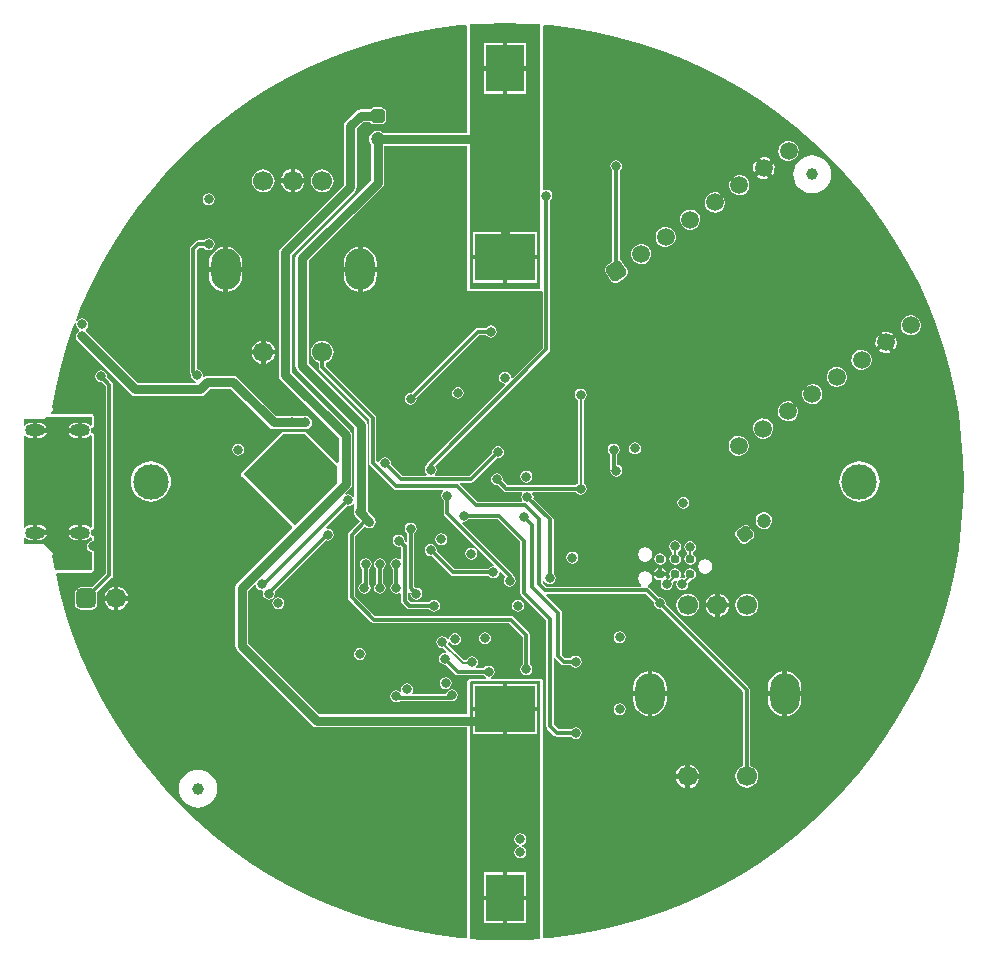
<source format=gbl>
G04*
G04 #@! TF.GenerationSoftware,Altium Limited,CircuitStudio,1.5.2 (30)*
G04*
G04 Layer_Physical_Order=4*
G04 Layer_Color=26367*
%FSLAX25Y25*%
%MOIN*%
G70*
G01*
G75*
%ADD10C,0.03937*%
%ADD48C,0.00787*%
%ADD49C,0.01181*%
%ADD52C,0.03150*%
%ADD53C,0.05906*%
G04:AMPARAMS|DCode=54|XSize=59.06mil|YSize=59.06mil|CornerRadius=14.76mil|HoleSize=0mil|Usage=FLASHONLY|Rotation=305.000|XOffset=0mil|YOffset=0mil|HoleType=Round|Shape=RoundedRectangle|*
%AMROUNDEDRECTD54*
21,1,0.05906,0.02953,0,0,305.0*
21,1,0.02953,0.05906,0,0,305.0*
1,1,0.02953,-0.00363,-0.02056*
1,1,0.02953,-0.02056,0.00363*
1,1,0.02953,0.00363,0.02056*
1,1,0.02953,0.02056,-0.00363*
%
%ADD54ROUNDEDRECTD54*%
%ADD55O,0.06693X0.03937*%
%ADD56C,0.04724*%
G04:AMPARAMS|DCode=57|XSize=47.24mil|YSize=47.24mil|CornerRadius=11.81mil|HoleSize=0mil|Usage=FLASHONLY|Rotation=90.000|XOffset=0mil|YOffset=0mil|HoleType=Round|Shape=RoundedRectangle|*
%AMROUNDEDRECTD57*
21,1,0.04724,0.02362,0,0,90.0*
21,1,0.02362,0.04724,0,0,90.0*
1,1,0.02362,0.01181,0.01181*
1,1,0.02362,0.01181,-0.01181*
1,1,0.02362,-0.01181,-0.01181*
1,1,0.02362,-0.01181,0.01181*
%
%ADD57ROUNDEDRECTD57*%
%ADD58C,0.06693*%
%ADD59O,0.09843X0.13780*%
G04:AMPARAMS|DCode=60|XSize=47.24mil|YSize=47.24mil|CornerRadius=11.81mil|HoleSize=0mil|Usage=FLASHONLY|Rotation=215.500|XOffset=0mil|YOffset=0mil|HoleType=Round|Shape=RoundedRectangle|*
%AMROUNDEDRECTD60*
21,1,0.04724,0.02362,0,0,215.5*
21,1,0.02362,0.04724,0,0,215.5*
1,1,0.02362,-0.01647,0.00276*
1,1,0.02362,0.00276,0.01647*
1,1,0.02362,0.01647,-0.00276*
1,1,0.02362,-0.00276,-0.01647*
%
%ADD60ROUNDEDRECTD60*%
%ADD61C,0.11811*%
G04:AMPARAMS|DCode=62|XSize=66.93mil|YSize=66.93mil|CornerRadius=16.73mil|HoleSize=0mil|Usage=FLASHONLY|Rotation=0.000|XOffset=0mil|YOffset=0mil|HoleType=Round|Shape=RoundedRectangle|*
%AMROUNDEDRECTD62*
21,1,0.06693,0.03347,0,0,0.0*
21,1,0.03347,0.06693,0,0,0.0*
1,1,0.03346,0.01673,-0.01673*
1,1,0.03346,-0.01673,-0.01673*
1,1,0.03346,-0.01673,0.01673*
1,1,0.03346,0.01673,0.01673*
%
%ADD62ROUNDEDRECTD62*%
%ADD63C,0.03150*%
%ADD64C,0.02756*%
%ADD65O,0.03098X0.02980*%
%ADD66R,0.12598X0.15748*%
%ADD67R,0.20079X0.15748*%
G36*
X14983Y152115D02*
X22429Y151196D01*
X29820Y149914D01*
X37140Y148270D01*
X44371Y146269D01*
X51494Y143916D01*
X58494Y141216D01*
X65353Y138175D01*
X72054Y134802D01*
X78582Y131105D01*
X84920Y127091D01*
X91054Y122771D01*
X96968Y118155D01*
X102649Y113255D01*
X108082Y108082D01*
X113255Y102648D01*
X118156Y96968D01*
X122771Y91053D01*
X127091Y84920D01*
X131105Y78581D01*
X134803Y72054D01*
X138176Y65352D01*
X141216Y58494D01*
X143916Y51494D01*
X146270Y44370D01*
X148270Y37140D01*
X149914Y29820D01*
X151197Y22428D01*
X152115Y14982D01*
X152667Y7500D01*
X152851Y0D01*
X152667Y-7500D01*
X152115Y-14982D01*
X151197Y-22427D01*
X149914Y-29819D01*
X148270Y-37139D01*
X146270Y-44370D01*
X143916Y-51493D01*
X141216Y-58493D01*
X138176Y-65352D01*
X134803Y-72053D01*
X131105Y-78580D01*
X127091Y-84919D01*
X122771Y-91053D01*
X118156Y-96967D01*
X113255Y-102648D01*
X108082Y-108081D01*
X102649Y-113254D01*
X96968Y-118155D01*
X91054Y-122770D01*
X84920Y-127090D01*
X78582Y-131104D01*
X72054Y-134802D01*
X65353Y-138175D01*
X58494Y-141215D01*
X51494Y-143915D01*
X44371Y-146268D01*
X37140Y-148269D01*
X29820Y-149913D01*
X22429Y-151196D01*
X14983Y-152114D01*
X12982Y-152261D01*
X12616Y-151921D01*
X12614Y-66535D01*
X12589Y-66413D01*
X12553Y-66228D01*
X12553Y-66228D01*
Y-66228D01*
X12465Y-66097D01*
X12379Y-65968D01*
X12379D01*
Y-65968D01*
X12249Y-65881D01*
X12118Y-65794D01*
X12118D01*
X12118Y-65794D01*
X11933Y-65757D01*
X11811Y-65733D01*
X-4656D01*
X-4743Y-65240D01*
X-4092Y-64805D01*
X-3657Y-64154D01*
X-3504Y-63386D01*
X-3657Y-62618D01*
X-4092Y-61967D01*
X-4743Y-61532D01*
X-5511Y-61379D01*
X-6279Y-61532D01*
X-6931Y-61967D01*
X-7074Y-62182D01*
X-9492D01*
X-9643Y-61682D01*
X-9604Y-61655D01*
X-9169Y-61004D01*
X-9016Y-60236D01*
X-9169Y-59468D01*
X-9604Y-58817D01*
X-10255Y-58381D01*
X-11023Y-58229D01*
X-11791Y-58381D01*
X-12442Y-58817D01*
X-12877Y-59468D01*
X-12909Y-59626D01*
X-13757D01*
X-19035Y-54347D01*
X-19011Y-54311D01*
X-18882Y-53664D01*
X-18485Y-53520D01*
X-18381Y-53513D01*
X-18103Y-53930D01*
X-17452Y-54365D01*
X-16684Y-54518D01*
X-15916Y-54365D01*
X-15265Y-53930D01*
X-14829Y-53279D01*
X-14677Y-52511D01*
X-14829Y-51743D01*
X-15265Y-51092D01*
X-15916Y-50656D01*
X-16684Y-50504D01*
X-17452Y-50656D01*
X-18103Y-51092D01*
X-18538Y-51743D01*
X-18667Y-52390D01*
X-19064Y-52534D01*
X-19168Y-52540D01*
X-19446Y-52124D01*
X-20097Y-51689D01*
X-20865Y-51536D01*
X-21633Y-51689D01*
X-22285Y-52124D01*
X-22720Y-52775D01*
X-22872Y-53543D01*
X-22720Y-54311D01*
X-22285Y-54962D01*
X-21633Y-55397D01*
X-20865Y-55550D01*
X-20703Y-55518D01*
X-19585Y-56636D01*
X-19832Y-57097D01*
X-20078Y-57048D01*
X-20846Y-57200D01*
X-21497Y-57635D01*
X-21932Y-58287D01*
X-22085Y-59055D01*
X-21932Y-59823D01*
X-21497Y-60474D01*
X-20846Y-60909D01*
X-20078Y-61062D01*
X-19824Y-61011D01*
X-16598Y-64237D01*
X-16598Y-64237D01*
X-16364Y-64394D01*
X-16208Y-64498D01*
X-15747Y-64590D01*
X-7074D01*
X-6931Y-64805D01*
X-6279Y-65240D01*
X-6367Y-65733D01*
X-11457D01*
X-11519Y-65745D01*
X-11765Y-65794D01*
X-12025Y-65968D01*
Y-65968D01*
X-12025D01*
X-12379Y-66321D01*
X-12379Y-66321D01*
X-12553Y-66582D01*
X-12602Y-66828D01*
X-12614Y-66889D01*
Y-66889D01*
X-12614Y-77171D01*
X-12967Y-77524D01*
X-61872D01*
X-85587Y-53809D01*
Y-36347D01*
X-83597Y-34358D01*
X-83055Y-34522D01*
X-82956Y-35020D01*
X-82521Y-35671D01*
X-81870Y-36106D01*
X-81102Y-36259D01*
X-80921Y-36223D01*
X-80594Y-36633D01*
X-80747Y-37401D01*
X-80594Y-38169D01*
X-80159Y-38820D01*
X-79507Y-39255D01*
X-78739Y-39408D01*
X-77971Y-39255D01*
X-77586Y-38998D01*
X-77586Y-38998D01*
X-77469Y-38920D01*
X-77467Y-38922D01*
X-77455Y-38933D01*
X-77435Y-38953D01*
X-77142Y-39246D01*
X-77122Y-39267D01*
X-77110Y-39278D01*
X-77108Y-39280D01*
X-77187Y-39397D01*
D01*
X-77444Y-39783D01*
X-77597Y-40551D01*
X-77444Y-41319D01*
X-77009Y-41970D01*
X-76358Y-42405D01*
X-75590Y-42558D01*
X-74822Y-42405D01*
X-74171Y-41970D01*
X-73735Y-41319D01*
X-73583Y-40551D01*
X-73735Y-39783D01*
X-74171Y-39132D01*
X-74822Y-38697D01*
X-75590Y-38544D01*
X-76358Y-38697D01*
X-76743Y-38954D01*
X-76743Y-38954D01*
X-76860Y-39032D01*
X-76862Y-39030D01*
X-76874Y-39019D01*
X-76894Y-38999D01*
X-77187Y-38706D01*
X-77207Y-38685D01*
X-77219Y-38674D01*
X-77221Y-38672D01*
X-77143Y-38555D01*
D01*
X-76885Y-38169D01*
X-76732Y-37401D01*
X-76848Y-36819D01*
X-59636Y-19608D01*
X-59054Y-19723D01*
X-58286Y-19570D01*
X-57635Y-19135D01*
X-57200Y-18484D01*
X-57047Y-17716D01*
X-57200Y-16948D01*
X-57635Y-16297D01*
X-58286Y-15862D01*
X-59054Y-15709D01*
X-59438Y-15785D01*
X-59684Y-15325D01*
X-52615Y-8255D01*
X-52361Y-8306D01*
X-51593Y-8153D01*
X-50942Y-7718D01*
X-50739Y-7413D01*
X-50239Y-7565D01*
Y-9408D01*
X-50279Y-9468D01*
X-50432Y-10236D01*
X-50279Y-11004D01*
X-50115Y-11248D01*
X-50070Y-11474D01*
X-49592Y-12191D01*
X-48475Y-13308D01*
X-52032Y-16865D01*
X-52293Y-17255D01*
X-52385Y-17716D01*
X-52385Y-17716D01*
Y-38582D01*
X-52385Y-38582D01*
X-52293Y-39043D01*
X-52032Y-39434D01*
X-44552Y-46914D01*
X-44552Y-46914D01*
X-44161Y-47175D01*
X-43700Y-47267D01*
X-43700Y-47267D01*
X1471D01*
X5883Y-51679D01*
Y-61035D01*
X5667Y-61179D01*
X5232Y-61830D01*
X5080Y-62598D01*
X5232Y-63367D01*
X5667Y-64018D01*
X6318Y-64453D01*
X7087Y-64605D01*
X7855Y-64453D01*
X8506Y-64018D01*
X8941Y-63367D01*
X9094Y-62598D01*
X8941Y-61830D01*
X8506Y-61179D01*
X8292Y-61036D01*
Y-51181D01*
X8200Y-50720D01*
X7939Y-50329D01*
X2821Y-45211D01*
X2430Y-44950D01*
X1969Y-44858D01*
X1969Y-44858D01*
X-43201D01*
X-49976Y-38083D01*
Y-18215D01*
X-46759Y-14998D01*
X-46120Y-15425D01*
X-45275Y-15593D01*
X-44430Y-15425D01*
X-43714Y-14947D01*
X-43235Y-14230D01*
X-43067Y-13385D01*
X-43235Y-12541D01*
X-43714Y-11824D01*
X-45823Y-9715D01*
Y18898D01*
X-45991Y19743D01*
X-46470Y20459D01*
X-65508Y39498D01*
Y73495D01*
X-40938Y98065D01*
X-40459Y98782D01*
X-40291Y99626D01*
Y111856D01*
X-12613D01*
Y64173D01*
X-12552Y63866D01*
X-12378Y63605D01*
X-12117Y63432D01*
X-11810Y63370D01*
X11812D01*
X12076Y63423D01*
X12145Y63414D01*
X12576Y63135D01*
Y44594D01*
X2490Y34508D01*
X2227Y34583D01*
X1994Y34718D01*
X1855Y35414D01*
X1420Y36065D01*
X769Y36500D01*
X1Y36653D01*
X-767Y36500D01*
X-1418Y36065D01*
X-1853Y35414D01*
X-2006Y34646D01*
X-1853Y33878D01*
X-1418Y33227D01*
X-767Y32792D01*
X-71Y32653D01*
X64Y32419D01*
X139Y32157D01*
X-25654Y6364D01*
X-25915Y5973D01*
X-26007Y5512D01*
X-26004Y5502D01*
X-26222Y5357D01*
X-26657Y4705D01*
X-26809Y3937D01*
X-26657Y3169D01*
X-26222Y2518D01*
X-26182Y2492D01*
X-26334Y1992D01*
X-34228D01*
X-38044Y5808D01*
X-37994Y6062D01*
X-38146Y6830D01*
X-38582Y7481D01*
X-39233Y7916D01*
X-40001Y8069D01*
X-40769Y7916D01*
X-41420Y7481D01*
X-41855Y6830D01*
X-41915Y6531D01*
X-42457Y6366D01*
X-42889Y6798D01*
Y21260D01*
X-42889Y21260D01*
X-42981Y21721D01*
X-43242Y22112D01*
X-43242Y22112D01*
X-59673Y38543D01*
Y39612D01*
X-58991Y39895D01*
X-58210Y40494D01*
X-57610Y41276D01*
X-57233Y42185D01*
X-57105Y43162D01*
X-57233Y44138D01*
X-57610Y45048D01*
X-58210Y45829D01*
X-58991Y46429D01*
X-59901Y46806D01*
X-60877Y46934D01*
X-61853Y46806D01*
X-62763Y46429D01*
X-63545Y45829D01*
X-64144Y45048D01*
X-64521Y44138D01*
X-64650Y43162D01*
X-64521Y42185D01*
X-64144Y41276D01*
X-63545Y40494D01*
X-62763Y39895D01*
X-62081Y39612D01*
Y38044D01*
X-62081Y38044D01*
X-61990Y37583D01*
X-61729Y37192D01*
X-45298Y20761D01*
Y6300D01*
X-45298Y6300D01*
X-45206Y5839D01*
X-44945Y5448D01*
X-37071Y-2426D01*
X-36680Y-2687D01*
X-36220Y-2779D01*
X-20822D01*
X-20671Y-3279D01*
X-20710Y-3305D01*
X-21145Y-3956D01*
X-21298Y-4724D01*
X-21145Y-5492D01*
X-20710Y-6143D01*
X-20495Y-6287D01*
Y-10629D01*
X-20495Y-10629D01*
X-20403Y-11090D01*
X-20142Y-11481D01*
X-3798Y-27825D01*
X-3873Y-28088D01*
X-4008Y-28322D01*
X-4704Y-28460D01*
X-5355Y-28895D01*
X-5499Y-29110D01*
X-16823D01*
X-22846Y-23088D01*
X-22795Y-22834D01*
X-22948Y-22066D01*
X-23383Y-21415D01*
X-24034Y-20980D01*
X-24802Y-20827D01*
X-25570Y-20980D01*
X-26222Y-21415D01*
X-26657Y-22066D01*
X-26809Y-22834D01*
X-26657Y-23602D01*
X-26222Y-24253D01*
X-25570Y-24689D01*
X-24802Y-24841D01*
X-24549Y-24791D01*
X-18174Y-31166D01*
X-18174Y-31166D01*
X-17783Y-31427D01*
X-17322Y-31519D01*
X-17322Y-31519D01*
X-5499D01*
X-5355Y-31734D01*
X-4704Y-32169D01*
X-3936Y-32322D01*
X-3168Y-32169D01*
X-2517Y-31734D01*
X-2082Y-31083D01*
X-1943Y-30387D01*
X-1710Y-30252D01*
X-1447Y-30176D01*
X105Y-31728D01*
X-279Y-32302D01*
X-432Y-33070D01*
X-279Y-33838D01*
X156Y-34490D01*
X807Y-34925D01*
X1576Y-35078D01*
X2344Y-34925D01*
X2995Y-34490D01*
X3430Y-33838D01*
X3583Y-33070D01*
X3430Y-32302D01*
X2995Y-31651D01*
X2780Y-31508D01*
Y-31496D01*
X2780Y-31496D01*
X2688Y-31035D01*
X2427Y-30644D01*
X2427Y-30644D01*
X-14409Y-13808D01*
X-14162Y-13348D01*
X-13779Y-13424D01*
X-13011Y-13271D01*
X-12359Y-12836D01*
X-12216Y-12621D01*
X-2466D01*
X5096Y-20183D01*
Y-37007D01*
X5096Y-37007D01*
X5187Y-37468D01*
X5449Y-37859D01*
X13757Y-46168D01*
Y-81496D01*
X13757Y-81496D01*
X13849Y-81956D01*
X14110Y-82347D01*
X16472Y-84709D01*
X16472Y-84709D01*
X16863Y-84970D01*
X17324Y-85062D01*
X17324Y-85062D01*
X22060D01*
X22204Y-85277D01*
X22855Y-85712D01*
X23623Y-85865D01*
X24391Y-85712D01*
X25042Y-85277D01*
X25477Y-84626D01*
X25630Y-83858D01*
X25477Y-83090D01*
X25042Y-82439D01*
X24391Y-82004D01*
X23623Y-81851D01*
X22855Y-82004D01*
X22204Y-82439D01*
X22060Y-82654D01*
X17822D01*
X16166Y-80997D01*
Y-58903D01*
X16220Y-58881D01*
X16666Y-58819D01*
X16866Y-59119D01*
X18651Y-60904D01*
X18651Y-60904D01*
X19042Y-61165D01*
X19502Y-61257D01*
X21963D01*
X22107Y-61472D01*
X22758Y-61907D01*
X23526Y-62059D01*
X24294Y-61907D01*
X24945Y-61472D01*
X25380Y-60821D01*
X25533Y-60052D01*
X25380Y-59284D01*
X24945Y-58633D01*
X24294Y-58198D01*
X23526Y-58045D01*
X22758Y-58198D01*
X22107Y-58633D01*
X21963Y-58848D01*
X20001D01*
X18922Y-57768D01*
Y-43700D01*
X18922Y-43700D01*
X18830Y-43240D01*
X18569Y-42849D01*
X18569Y-42849D01*
X13644Y-37924D01*
X13851Y-37424D01*
X46746D01*
X49618Y-40297D01*
X49568Y-40551D01*
X49720Y-41319D01*
X50156Y-41970D01*
X50807Y-42406D01*
X51575Y-42558D01*
X51829Y-42508D01*
X79360Y-70038D01*
Y-94730D01*
X78678Y-95012D01*
X77896Y-95612D01*
X77297Y-96393D01*
X76920Y-97303D01*
X76791Y-98279D01*
X76920Y-99256D01*
X77297Y-100165D01*
X77896Y-100947D01*
X78678Y-101546D01*
X79587Y-101923D01*
X80564Y-102051D01*
X81540Y-101923D01*
X82450Y-101546D01*
X83231Y-100947D01*
X83831Y-100165D01*
X84208Y-99256D01*
X84336Y-98279D01*
X84208Y-97303D01*
X83831Y-96393D01*
X83231Y-95612D01*
X82450Y-95012D01*
X81768Y-94730D01*
Y-69539D01*
X81768Y-69539D01*
X81676Y-69078D01*
X81415Y-68687D01*
X53532Y-40804D01*
X53582Y-40551D01*
X53429Y-39783D01*
X52994Y-39132D01*
X52343Y-38697D01*
X51575Y-38544D01*
X51322Y-38594D01*
X48096Y-35368D01*
X47706Y-35107D01*
X47548Y-35076D01*
Y-34566D01*
X47609Y-34554D01*
X48384Y-34036D01*
X48902Y-33261D01*
X49084Y-32346D01*
X48902Y-31431D01*
X48384Y-30656D01*
X47609Y-30138D01*
X46694Y-29956D01*
X45779Y-30138D01*
X45003Y-30656D01*
X44485Y-31431D01*
X44303Y-32346D01*
X44485Y-33261D01*
X45003Y-34036D01*
X45322Y-34249D01*
X45424Y-34919D01*
X45345Y-35016D01*
X13885D01*
X12622Y-33753D01*
Y-33236D01*
X13085Y-33067D01*
X13122Y-33074D01*
X13542Y-33702D01*
X14193Y-34137D01*
X14961Y-34290D01*
X15730Y-34137D01*
X16381Y-33702D01*
X16816Y-33051D01*
X16969Y-32283D01*
X16816Y-31515D01*
X16381Y-30864D01*
X16166Y-30720D01*
Y-12598D01*
X16166Y-12598D01*
X16074Y-12137D01*
X15813Y-11746D01*
X9438Y-5371D01*
X9488Y-5118D01*
X9335Y-4350D01*
X9146Y-4066D01*
X9413Y-3566D01*
X23635D01*
X23778Y-3781D01*
X24430Y-4216D01*
X25198Y-4369D01*
X25966Y-4216D01*
X26617Y-3781D01*
X27052Y-3130D01*
X27205Y-2362D01*
X27052Y-1594D01*
X26617Y-943D01*
X26201Y-665D01*
Y27269D01*
X26617Y27547D01*
X27052Y28198D01*
X27205Y28966D01*
X27052Y29734D01*
X26617Y30385D01*
X25966Y30820D01*
X25198Y30973D01*
X24430Y30820D01*
X23778Y30385D01*
X23343Y29734D01*
X23191Y28966D01*
X23343Y28198D01*
X23778Y27547D01*
X24194Y27269D01*
Y-665D01*
X23778Y-943D01*
X23635Y-1158D01*
X893D01*
X-798Y534D01*
X-748Y788D01*
X-901Y1556D01*
X-1336Y2207D01*
X-1987Y2642D01*
X-2755Y2795D01*
X-3523Y2642D01*
X-4174Y2207D01*
X-4609Y1556D01*
X-4762Y788D01*
X-4609Y20D01*
X-4174Y-631D01*
X-3523Y-1067D01*
X-2755Y-1219D01*
X-2502Y-1169D01*
X-457Y-3213D01*
X-457Y-3213D01*
X-66Y-3474D01*
X395Y-3566D01*
X395Y-3566D01*
X5549D01*
X5816Y-4066D01*
X5627Y-4350D01*
X5474Y-5118D01*
X5627Y-5886D01*
X5816Y-6169D01*
X5549Y-6669D01*
X-9343D01*
X-15096Y-916D01*
X-14889Y-416D01*
X-11417D01*
X-11417Y-416D01*
X-10956Y-325D01*
X-10565Y-64D01*
X-2615Y7886D01*
X-2361Y7836D01*
X-1593Y7989D01*
X-942Y8424D01*
X-507Y9075D01*
X-354Y9843D01*
X-507Y10611D01*
X-942Y11262D01*
X-1593Y11697D01*
X-2361Y11850D01*
X-3130Y11697D01*
X-3781Y11262D01*
X-4216Y10611D01*
X-4369Y9843D01*
X-4318Y9589D01*
X-11915Y1992D01*
X-23271D01*
X-23422Y2492D01*
X-23383Y2518D01*
X-22948Y3169D01*
X-22795Y3937D01*
X-22948Y4705D01*
X-23332Y5280D01*
X14632Y43243D01*
X14893Y43634D01*
X14985Y44095D01*
X14985Y44095D01*
Y93713D01*
X15200Y93857D01*
X15635Y94508D01*
X15787Y95276D01*
X15635Y96044D01*
X15200Y96695D01*
X14548Y97130D01*
X13780Y97283D01*
X13115Y97151D01*
X12615Y97420D01*
Y151922D01*
X12981Y152262D01*
X14983Y152115D01*
D02*
G37*
G36*
X7501Y152667D02*
X11812Y152349D01*
Y95470D01*
X11773Y95276D01*
X11812Y95082D01*
Y64173D01*
X-11810D01*
Y152349D01*
X-7499Y152667D01*
X1Y152851D01*
X7501Y152667D01*
D02*
G37*
G36*
X-56299Y5512D02*
X-55905Y5117D01*
Y-46D01*
Y-352D01*
X-70079Y-14567D01*
X-87147Y2114D01*
X-87150Y2614D01*
X-74016Y15748D01*
X-66535Y15748D01*
X-56299Y5512D01*
D02*
G37*
G36*
X-137795Y18750D02*
X-138295Y18580D01*
X-138489Y18833D01*
X-139024Y19244D01*
X-139646Y19501D01*
X-140314Y19589D01*
X-140905D01*
Y17008D01*
Y14427D01*
X-140314D01*
X-139646Y14515D01*
X-139024Y14773D01*
X-138489Y15183D01*
X-138295Y15437D01*
X-137794Y15267D01*
X-137794Y-15266D01*
X-138294Y-15436D01*
X-138489Y-15182D01*
X-139024Y-14772D01*
X-139646Y-14514D01*
X-140314Y-14426D01*
X-140905D01*
Y-17007D01*
Y-19589D01*
X-140314D01*
X-139646Y-19501D01*
X-139024Y-19243D01*
X-138489Y-18833D01*
X-138294Y-18579D01*
X-137794Y-18749D01*
Y-19724D01*
X-138169Y-19799D01*
X-138820Y-20234D01*
X-139255Y-20885D01*
X-139408Y-21653D01*
X-139255Y-22421D01*
X-138820Y-23072D01*
X-138169Y-23507D01*
X-137794Y-23582D01*
X-137794Y-29174D01*
X-138148Y-29527D01*
X-149963D01*
X-150854Y-24396D01*
X-150834Y-24367D01*
X-150766Y-24022D01*
X-150834Y-23676D01*
X-151030Y-23383D01*
X-153399Y-21014D01*
X-153691Y-20819D01*
X-154037Y-20750D01*
X-160513D01*
Y-18797D01*
X-160013Y-18627D01*
X-159856Y-18833D01*
X-159321Y-19243D01*
X-158699Y-19501D01*
X-158031Y-19589D01*
X-157440D01*
Y-17007D01*
Y-14426D01*
X-158031D01*
X-158699Y-14514D01*
X-159321Y-14772D01*
X-159856Y-15182D01*
X-160013Y-15388D01*
X-160513Y-15218D01*
Y15219D01*
X-160013Y15388D01*
X-159856Y15183D01*
X-159321Y14773D01*
X-158699Y14515D01*
X-158031Y14427D01*
X-157440D01*
Y17008D01*
Y19589D01*
X-158031D01*
X-158699Y19501D01*
X-159321Y19244D01*
X-159856Y18833D01*
X-160013Y18628D01*
X-160513Y18798D01*
Y20751D01*
X-154037D01*
X-153691Y20820D01*
X-153399Y21015D01*
X-152760Y21654D01*
X-137795D01*
Y18750D01*
D02*
G37*
G36*
X-12613Y151922D02*
Y116271D01*
X-40849D01*
X-41109Y116471D01*
X-41780Y116748D01*
X-42499Y116843D01*
X-43219Y116748D01*
X-43889Y116471D01*
X-44465Y116029D01*
X-44906Y115453D01*
X-45184Y114783D01*
X-45279Y114063D01*
X-45184Y113344D01*
X-44906Y112674D01*
X-44707Y112414D01*
Y100541D01*
X-69277Y75971D01*
X-69756Y75255D01*
X-69924Y74410D01*
Y38583D01*
X-69756Y37738D01*
X-69277Y37022D01*
X-50239Y17984D01*
Y-5033D01*
X-50739Y-5184D01*
X-50942Y-4880D01*
X-51593Y-4445D01*
X-52361Y-4292D01*
X-52939Y-4407D01*
X-53185Y-3946D01*
X-51588Y-2348D01*
X-51109Y-1632D01*
X-50941Y-787D01*
Y15355D01*
X-51109Y16200D01*
X-51588Y16916D01*
X-71020Y36348D01*
Y75464D01*
X-50013Y96471D01*
X-49534Y97187D01*
X-49366Y98032D01*
Y117590D01*
X-47226Y119730D01*
X-44888D01*
X-44816Y119621D01*
X-44295Y119273D01*
X-43680Y119151D01*
X-41318D01*
X-40704Y119273D01*
X-40183Y119621D01*
X-39835Y120142D01*
X-39713Y120756D01*
Y123118D01*
X-39835Y123733D01*
X-40183Y124254D01*
X-40704Y124602D01*
X-41318Y124724D01*
X-43680D01*
X-44295Y124602D01*
X-44816Y124254D01*
X-44888Y124145D01*
X-48141D01*
X-48986Y123977D01*
X-49702Y123499D01*
X-53135Y120065D01*
X-53614Y119349D01*
X-53782Y118504D01*
Y98946D01*
X-74789Y77939D01*
X-75267Y77223D01*
X-75435Y76378D01*
Y35434D01*
X-75267Y34589D01*
X-74789Y33872D01*
X-55357Y14440D01*
Y6381D01*
X-55857Y6205D01*
X-65968Y16316D01*
X-66228Y16490D01*
X-66535Y16551D01*
X-74016Y16551D01*
X-74323Y16490D01*
X-74583Y16316D01*
X-74584Y16316D01*
X-87718Y3181D01*
X-87719Y3179D01*
X-87721Y3178D01*
X-87806Y3049D01*
X-87892Y2921D01*
X-87892Y2919D01*
X-87894Y2917D01*
X-87923Y2764D01*
X-87953Y2614D01*
X-87953Y2611D01*
X-87953Y2609D01*
X-87950Y2109D01*
X-87950Y2107D01*
X-87950Y2104D01*
X-87918Y1953D01*
X-87887Y1802D01*
X-87886Y1800D01*
X-87885Y1798D01*
X-87799Y1671D01*
X-87712Y1543D01*
X-87710Y1541D01*
X-87708Y1539D01*
X-70990Y-14799D01*
X-70985Y-15501D01*
X-89356Y-33872D01*
X-89834Y-34588D01*
X-90002Y-35433D01*
Y-54724D01*
X-89834Y-55569D01*
X-89356Y-56285D01*
X-64348Y-81293D01*
X-63631Y-81772D01*
X-62787Y-81940D01*
X-12614D01*
X-12612Y-151921D01*
X-12978Y-152262D01*
X-14981Y-152114D01*
X-22427Y-151196D01*
X-29819Y-149913D01*
X-37139Y-148269D01*
X-44369Y-146268D01*
X-51493Y-143915D01*
X-58492Y-141215D01*
X-65351Y-138175D01*
X-72052Y-134802D01*
X-78580Y-131104D01*
X-84918Y-127090D01*
X-91052Y-122770D01*
X-96966Y-118155D01*
X-102647Y-113254D01*
X-108081Y-108081D01*
X-113254Y-102648D01*
X-118154Y-96967D01*
X-122770Y-91053D01*
X-127090Y-84919D01*
X-131103Y-78580D01*
X-134801Y-72053D01*
X-138174Y-65352D01*
X-141215Y-58493D01*
X-143915Y-51493D01*
X-146268Y-44370D01*
X-148269Y-37139D01*
X-149710Y-30720D01*
X-149398Y-30330D01*
X-138148D01*
X-138148Y-30330D01*
X-137841Y-30269D01*
X-137580Y-30095D01*
X-137227Y-29741D01*
X-137053Y-29481D01*
X-136992Y-29174D01*
X-136992Y-23582D01*
X-137007Y-23504D01*
Y-23425D01*
X-137037Y-23352D01*
X-137053Y-23275D01*
X-137097Y-23209D01*
X-137127Y-23136D01*
X-137183Y-23080D01*
X-137227Y-23014D01*
X-137293Y-22970D01*
X-137348Y-22914D01*
X-137422Y-22884D01*
X-137487Y-22840D01*
X-137565Y-22825D01*
X-137638Y-22794D01*
X-137856Y-22751D01*
X-138241Y-22493D01*
X-138499Y-22108D01*
X-138589Y-21653D01*
X-138499Y-21198D01*
X-138241Y-20813D01*
X-137856Y-20555D01*
X-137638Y-20512D01*
X-137565Y-20482D01*
X-137487Y-20466D01*
X-137422Y-20422D01*
X-137348Y-20392D01*
X-137293Y-20336D01*
X-137227Y-20292D01*
X-137183Y-20226D01*
X-137127Y-20170D01*
X-137097Y-20097D01*
X-137053Y-20032D01*
X-137037Y-19954D01*
X-137007Y-19881D01*
Y-19802D01*
X-136992Y-19724D01*
Y-18749D01*
X-136997Y-18723D01*
X-136993Y-18696D01*
X-137027Y-18570D01*
X-137053Y-18442D01*
X-137068Y-18419D01*
X-137074Y-18394D01*
X-137154Y-18290D01*
X-137227Y-18181D01*
X-137249Y-18166D01*
X-137265Y-18145D01*
X-137378Y-18080D01*
X-137487Y-18007D01*
X-137513Y-18002D01*
X-137536Y-17989D01*
X-138036Y-17819D01*
X-137969Y-17324D01*
X-137906Y-17007D01*
X-137969Y-16690D01*
X-138036Y-16196D01*
X-137536Y-16026D01*
X-137513Y-16013D01*
X-137487Y-16008D01*
X-137378Y-15935D01*
X-137265Y-15870D01*
X-137249Y-15849D01*
X-137227Y-15834D01*
X-137154Y-15725D01*
X-137074Y-15621D01*
X-137068Y-15596D01*
X-137053Y-15573D01*
X-137027Y-15445D01*
X-136993Y-15319D01*
X-136997Y-15292D01*
X-136992Y-15266D01*
X-136992Y15267D01*
X-136997Y15293D01*
X-136993Y15319D01*
X-137027Y15446D01*
X-137053Y15574D01*
X-137068Y15596D01*
X-137074Y15622D01*
X-137154Y15726D01*
X-137227Y15835D01*
X-137249Y15849D01*
X-137265Y15870D01*
X-137379Y15936D01*
X-137487Y16009D01*
X-137513Y16014D01*
X-137537Y16027D01*
X-138037Y16197D01*
X-137969Y16691D01*
X-137906Y17008D01*
X-137969Y17325D01*
X-138037Y17820D01*
X-137537Y17989D01*
X-137513Y18003D01*
X-137487Y18008D01*
X-137379Y18081D01*
X-137265Y18146D01*
X-137249Y18167D01*
X-137227Y18182D01*
X-137154Y18291D01*
X-137074Y18395D01*
X-137068Y18420D01*
X-137053Y18442D01*
X-137027Y18571D01*
X-136993Y18697D01*
X-136997Y18724D01*
X-136992Y18750D01*
Y21654D01*
X-137053Y21961D01*
X-137227Y22222D01*
X-137487Y22396D01*
X-137795Y22457D01*
X-151304D01*
X-151495Y22919D01*
X-151030Y23384D01*
X-150834Y23677D01*
X-150766Y24022D01*
X-150834Y24368D01*
X-150854Y24397D01*
X-149913Y29820D01*
X-148269Y37140D01*
X-146268Y44370D01*
X-143915Y51494D01*
X-143397Y52835D01*
X-142936Y52882D01*
X-142877Y52865D01*
X-142943Y52403D01*
X-142951Y52363D01*
X-142798Y51595D01*
X-142363Y50943D01*
X-142168Y50813D01*
Y50212D01*
X-142505Y49987D01*
X-142984Y49270D01*
X-143152Y48426D01*
X-142984Y47581D01*
X-142505Y46865D01*
X-124789Y29148D01*
X-124072Y28669D01*
X-123228Y28501D01*
X-101672D01*
X-100828Y28669D01*
X-100111Y29148D01*
X-98396Y30863D01*
X-91465D01*
X-78726Y18124D01*
X-78009Y17646D01*
X-77165Y17478D01*
X-66535D01*
X-65690Y17646D01*
X-64973Y18124D01*
X-64495Y18841D01*
X-64327Y19685D01*
X-64495Y20530D01*
X-64973Y21247D01*
X-65690Y21725D01*
X-66535Y21893D01*
X-76250D01*
X-88989Y34632D01*
X-89705Y35111D01*
X-90550Y35279D01*
X-99310D01*
X-100155Y35111D01*
X-100325Y34997D01*
X-100775Y35298D01*
X-100748Y35434D01*
X-100901Y36202D01*
X-101336Y36853D01*
X-101987Y37288D01*
X-102732Y37436D01*
Y77061D01*
X-101863Y77930D01*
X-100381D01*
X-100237Y77715D01*
X-99586Y77280D01*
X-98818Y77127D01*
X-98050Y77280D01*
X-97399Y77715D01*
X-96964Y78366D01*
X-96811Y79134D01*
X-96964Y79902D01*
X-97399Y80554D01*
X-98050Y80989D01*
X-98818Y81141D01*
X-99586Y80989D01*
X-100237Y80554D01*
X-100381Y80339D01*
X-102361D01*
X-102361Y80339D01*
X-102822Y80247D01*
X-103213Y79986D01*
X-103213Y79986D01*
X-104788Y78411D01*
X-105049Y78020D01*
X-105140Y77560D01*
X-105140Y77559D01*
Y36615D01*
X-105140Y36615D01*
X-105049Y36154D01*
X-104788Y35763D01*
X-104712Y35687D01*
X-104762Y35434D01*
X-104609Y34665D01*
X-104174Y34014D01*
X-103523Y33579D01*
X-103260Y33527D01*
X-103189Y33467D01*
X-103027Y32971D01*
X-103075Y32917D01*
X-122313D01*
X-139383Y49987D01*
X-139720Y50212D01*
Y50813D01*
X-139525Y50943D01*
X-139090Y51595D01*
X-138937Y52363D01*
X-139090Y53131D01*
X-139525Y53782D01*
X-140176Y54217D01*
X-140944Y54370D01*
X-141712Y54217D01*
X-142363Y53782D01*
X-142417Y53702D01*
X-142684Y53315D01*
X-142750Y53348D01*
X-143071Y53680D01*
X-141215Y58494D01*
X-138174Y65352D01*
X-134801Y72054D01*
X-131103Y78581D01*
X-127090Y84920D01*
X-122770Y91053D01*
X-118154Y96968D01*
X-113254Y102648D01*
X-108081Y108082D01*
X-102647Y113255D01*
X-96966Y118155D01*
X-91052Y122771D01*
X-84918Y127091D01*
X-78580Y131105D01*
X-72052Y134802D01*
X-65351Y138175D01*
X-58492Y141216D01*
X-51493Y143916D01*
X-44369Y146269D01*
X-37139Y148270D01*
X-29819Y149914D01*
X-22427Y151196D01*
X-14981Y152115D01*
X-12979Y152262D01*
X-12613Y151922D01*
D02*
G37*
G36*
X11813Y-152348D02*
X7501Y-152666D01*
X1Y-152850D01*
X-7499Y-152666D01*
X-11809Y-152348D01*
X-11811Y-66889D01*
X-11457Y-66535D01*
X11811D01*
X11813Y-152348D01*
D02*
G37*
%LPC*%
G36*
X61753Y-28925D02*
X61635D01*
X60900Y-29072D01*
X60276Y-29488D01*
X59860Y-30111D01*
X59714Y-30846D01*
X59860Y-31581D01*
X60039Y-31849D01*
X59545Y-32342D01*
X59055Y-32245D01*
X58628Y-32330D01*
X58328Y-31880D01*
X58527Y-31581D01*
X58674Y-30846D01*
X58527Y-30111D01*
X58111Y-29488D01*
X57488Y-29072D01*
X56753Y-28925D01*
X56635D01*
X55900Y-29072D01*
X55276Y-29488D01*
X54860Y-30111D01*
X54714Y-30846D01*
X54860Y-31581D01*
X54992Y-31778D01*
X54427Y-32342D01*
X53937Y-32245D01*
X53920Y-32248D01*
X53619Y-31798D01*
X53713Y-31658D01*
X53718Y-31633D01*
X51694D01*
X49670D01*
X49675Y-31658D01*
X50134Y-32346D01*
X50823Y-32806D01*
X51635Y-32967D01*
X51753D01*
X51838Y-32951D01*
X52138Y-33401D01*
X52083Y-33484D01*
X51930Y-34252D01*
X52083Y-35020D01*
X52518Y-35671D01*
X53169Y-36106D01*
X53937Y-36259D01*
X54705Y-36106D01*
X55356Y-35671D01*
X55791Y-35020D01*
X55944Y-34252D01*
X55847Y-33762D01*
X56700Y-32908D01*
X56978Y-32918D01*
X57238Y-33428D01*
X57201Y-33484D01*
X57048Y-34252D01*
X57201Y-35020D01*
X57636Y-35671D01*
X58287Y-36106D01*
X59055Y-36259D01*
X59823Y-36106D01*
X60474Y-35671D01*
X60909Y-35020D01*
X61062Y-34252D01*
X60965Y-33762D01*
X62011Y-32715D01*
X62488Y-32621D01*
X63111Y-32204D01*
X63527Y-31581D01*
X63674Y-30846D01*
X63527Y-30111D01*
X63111Y-29488D01*
X62488Y-29072D01*
X61753Y-28925D01*
D02*
G37*
G36*
X-134645Y37047D02*
X-135413Y36894D01*
X-136064Y36459D01*
X-136499Y35808D01*
X-136652Y35040D01*
X-136499Y34272D01*
X-136064Y33621D01*
X-135413Y33185D01*
X-134645Y33033D01*
X-134391Y33083D01*
X-133093Y31785D01*
Y-30721D01*
X-137634Y-35262D01*
X-137972Y-35195D01*
X-141318D01*
X-142125Y-35356D01*
X-142808Y-35813D01*
X-143265Y-36496D01*
X-143426Y-37303D01*
Y-40649D01*
X-143265Y-41456D01*
X-142808Y-42139D01*
X-142125Y-42596D01*
X-141318Y-42757D01*
X-137972D01*
X-137165Y-42596D01*
X-136481Y-42139D01*
X-136025Y-41456D01*
X-135864Y-40649D01*
Y-37303D01*
X-135931Y-36966D01*
X-131037Y-32072D01*
X-131037Y-32072D01*
X-130776Y-31681D01*
X-130685Y-31220D01*
Y32284D01*
X-130685Y32284D01*
X-130776Y32745D01*
X-131037Y33135D01*
X-131037Y33135D01*
X-132688Y34786D01*
X-132638Y35040D01*
X-132791Y35808D01*
X-133226Y36459D01*
X-133877Y36894D01*
X-134645Y37047D01*
D02*
G37*
G36*
X-41732Y-25552D02*
X-42500Y-25704D01*
X-43151Y-26139D01*
X-43586Y-26791D01*
X-43739Y-27559D01*
X-43586Y-28327D01*
X-43151Y-28978D01*
X-42936Y-29122D01*
Y-33870D01*
X-43151Y-34014D01*
X-43586Y-34665D01*
X-43739Y-35433D01*
X-43586Y-36201D01*
X-43151Y-36852D01*
X-42500Y-37287D01*
X-41732Y-37440D01*
X-40963Y-37287D01*
X-40312Y-36852D01*
X-39877Y-36201D01*
X-39724Y-35433D01*
X-39877Y-34665D01*
X-40312Y-34014D01*
X-40527Y-33870D01*
Y-29122D01*
X-40312Y-28978D01*
X-39877Y-28327D01*
X-39724Y-27559D01*
X-39877Y-26791D01*
X-40312Y-26139D01*
X-40963Y-25704D01*
X-41732Y-25552D01*
D02*
G37*
G36*
X66694Y-25956D02*
X65779Y-26138D01*
X65003Y-26656D01*
X64485Y-27431D01*
X64303Y-28346D01*
X64485Y-29261D01*
X65003Y-30036D01*
X65779Y-30555D01*
X66694Y-30737D01*
X67608Y-30555D01*
X68384Y-30036D01*
X68902Y-29261D01*
X69084Y-28346D01*
X68902Y-27431D01*
X68384Y-26656D01*
X67608Y-26138D01*
X66694Y-25956D01*
D02*
G37*
G36*
X52481Y-28870D02*
Y-30059D01*
X53718D01*
X53713Y-30034D01*
X53253Y-29346D01*
X52565Y-28886D01*
X52481Y-28870D01*
D02*
G37*
G36*
X6891Y-139574D02*
X789D01*
Y-147252D01*
X6891D01*
Y-139574D01*
D02*
G37*
G36*
X50906Y-28870D02*
X50823Y-28886D01*
X50134Y-29346D01*
X49675Y-30034D01*
X49670Y-30059D01*
X50906D01*
Y-28870D01*
D02*
G37*
G36*
X69934Y-37325D02*
X69693Y-37357D01*
X68736Y-37754D01*
X67913Y-38385D01*
X67282Y-39207D01*
X66886Y-40165D01*
X66854Y-40405D01*
X69934D01*
Y-37325D01*
D02*
G37*
G36*
X-125778Y-39763D02*
X-128858D01*
Y-42843D01*
X-128617Y-42812D01*
X-127659Y-42415D01*
X-126837Y-41784D01*
X-126206Y-40962D01*
X-125809Y-40004D01*
X-125778Y-39763D01*
D02*
G37*
G36*
X-130432D02*
X-133512D01*
X-133481Y-40004D01*
X-133084Y-40962D01*
X-132453Y-41784D01*
X-131630Y-42415D01*
X-130673Y-42812D01*
X-130432Y-42843D01*
Y-39763D01*
D02*
G37*
G36*
X71509Y-37325D02*
Y-40405D01*
X74589D01*
X74557Y-40165D01*
X74160Y-39207D01*
X73529Y-38385D01*
X72707Y-37754D01*
X71749Y-37357D01*
X71509Y-37325D01*
D02*
G37*
G36*
X-46456Y-25552D02*
X-47224Y-25704D01*
X-47875Y-26139D01*
X-48310Y-26791D01*
X-48463Y-27559D01*
X-48310Y-28327D01*
X-47875Y-28978D01*
X-47660Y-29122D01*
Y-33607D01*
X-48269Y-34014D01*
X-48704Y-34665D01*
X-48857Y-35433D01*
X-48704Y-36201D01*
X-48269Y-36852D01*
X-47618Y-37287D01*
X-46850Y-37440D01*
X-46082Y-37287D01*
X-45430Y-36852D01*
X-44995Y-36201D01*
X-44842Y-35433D01*
X-44995Y-34665D01*
X-45252Y-34281D01*
Y-29122D01*
X-45037Y-28978D01*
X-44602Y-28327D01*
X-44449Y-27559D01*
X-44602Y-26791D01*
X-45037Y-26139D01*
X-45688Y-25704D01*
X-46456Y-25552D01*
D02*
G37*
G36*
X-128858Y-35109D02*
Y-38189D01*
X-125778D01*
X-125809Y-37948D01*
X-126206Y-36990D01*
X-126837Y-36168D01*
X-127659Y-35537D01*
X-128617Y-35140D01*
X-128858Y-35109D01*
D02*
G37*
G36*
X-130432D02*
X-130673Y-35140D01*
X-131630Y-35537D01*
X-132453Y-36168D01*
X-133084Y-36990D01*
X-133481Y-37948D01*
X-133512Y-38189D01*
X-130432D01*
Y-35109D01*
D02*
G37*
G36*
X51753Y-23925D02*
X51635D01*
X50900Y-24071D01*
X50276Y-24488D01*
X49860Y-25111D01*
X49714Y-25846D01*
X49860Y-26581D01*
X50276Y-27204D01*
X50900Y-27621D01*
X51635Y-27767D01*
X51753D01*
X52488Y-27621D01*
X53111Y-27204D01*
X53527Y-26581D01*
X53673Y-25846D01*
X53527Y-25111D01*
X53111Y-24488D01*
X52488Y-24071D01*
X51753Y-23925D01*
D02*
G37*
G36*
X-152831Y-17795D02*
X-155865D01*
Y-19589D01*
X-155275D01*
X-154607Y-19501D01*
X-153984Y-19243D01*
X-153450Y-18833D01*
X-153040Y-18298D01*
X-152831Y-17795D01*
D02*
G37*
G36*
X-31495Y-13741D02*
X-32263Y-13893D01*
X-32915Y-14328D01*
X-33350Y-14980D01*
X-33502Y-15748D01*
X-33350Y-16516D01*
X-32915Y-17167D01*
X-32699Y-17311D01*
Y-20039D01*
X-33134Y-20220D01*
X-33470Y-19907D01*
X-33425Y-19685D01*
X-33578Y-18917D01*
X-34013Y-18265D01*
X-34664Y-17830D01*
X-35432Y-17678D01*
X-36200Y-17830D01*
X-36852Y-18265D01*
X-37287Y-18917D01*
X-37439Y-19685D01*
X-37287Y-20453D01*
X-36852Y-21104D01*
X-36200Y-21539D01*
X-35432Y-21692D01*
X-35179Y-21641D01*
X-34668Y-22152D01*
Y-25627D01*
X-35168Y-25894D01*
X-35452Y-25704D01*
X-36220Y-25552D01*
X-36988Y-25704D01*
X-37639Y-26139D01*
X-38074Y-26791D01*
X-38227Y-27559D01*
X-38074Y-28327D01*
X-37639Y-28978D01*
X-37424Y-29122D01*
Y-33870D01*
X-37639Y-34014D01*
X-38074Y-34665D01*
X-38227Y-35433D01*
X-38074Y-36201D01*
X-37639Y-36852D01*
X-36988Y-37287D01*
X-36220Y-37440D01*
X-35452Y-37287D01*
X-35168Y-37097D01*
X-34668Y-37365D01*
Y-39763D01*
X-34668Y-39763D01*
X-34576Y-40224D01*
X-34315Y-40615D01*
X-32741Y-42190D01*
X-32741Y-42190D01*
X-32350Y-42451D01*
X-31889Y-42542D01*
X-31889Y-42542D01*
X-25184D01*
X-25041Y-42757D01*
X-24389Y-43192D01*
X-23621Y-43345D01*
X-22853Y-43192D01*
X-22202Y-42757D01*
X-21767Y-42106D01*
X-21614Y-41338D01*
X-21767Y-40570D01*
X-22202Y-39919D01*
X-22853Y-39484D01*
X-23621Y-39331D01*
X-24389Y-39484D01*
X-25041Y-39919D01*
X-25184Y-40134D01*
X-31390D01*
X-32260Y-39265D01*
Y-37047D01*
X-31825Y-36866D01*
X-31490Y-37179D01*
X-31534Y-37401D01*
X-31381Y-38169D01*
X-30946Y-38820D01*
X-30295Y-39255D01*
X-29527Y-39408D01*
X-28759Y-39255D01*
X-28108Y-38820D01*
X-27672Y-38169D01*
X-27520Y-37401D01*
X-27672Y-36633D01*
X-28108Y-35982D01*
X-28759Y-35547D01*
X-29527Y-35394D01*
X-29780Y-35445D01*
X-30291Y-34934D01*
Y-17311D01*
X-30076Y-17167D01*
X-29641Y-16516D01*
X-29488Y-15748D01*
X-29641Y-14980D01*
X-30076Y-14328D01*
X-30727Y-13893D01*
X-31495Y-13741D01*
D02*
G37*
G36*
X80407Y-14409D02*
X79781Y-14428D01*
X79210Y-14686D01*
X77287Y-16057D01*
X76857Y-16514D01*
X76635Y-17099D01*
X76654Y-17726D01*
X76912Y-18297D01*
X78284Y-20220D01*
X78740Y-20649D01*
X79326Y-20871D01*
X79952Y-20852D01*
X80523Y-20595D01*
X82446Y-19223D01*
X82876Y-18767D01*
X83097Y-18181D01*
X83078Y-17555D01*
X82821Y-16983D01*
X81449Y-15060D01*
X80993Y-14631D01*
X80407Y-14409D01*
D02*
G37*
G36*
X-142480Y-17795D02*
X-145514D01*
X-145305Y-18298D01*
X-144895Y-18833D01*
X-144361Y-19243D01*
X-143738Y-19501D01*
X-143070Y-19589D01*
X-142480D01*
Y-17795D01*
D02*
G37*
G36*
X86010Y-10301D02*
X85303Y-10464D01*
X84663Y-10805D01*
X84132Y-11300D01*
X83747Y-11915D01*
X83535Y-12609D01*
X83510Y-13334D01*
X83673Y-14041D01*
X84014Y-14682D01*
X84509Y-15213D01*
X85124Y-15597D01*
X85818Y-15809D01*
X86543Y-15835D01*
X87250Y-15671D01*
X87891Y-15331D01*
X88422Y-14836D01*
X88806Y-14220D01*
X89018Y-13526D01*
X89044Y-12801D01*
X88880Y-12094D01*
X88540Y-11453D01*
X88045Y-10923D01*
X87429Y-10538D01*
X86736Y-10326D01*
X86010Y-10301D01*
D02*
G37*
G36*
X-155275Y-14426D02*
X-155865D01*
Y-16220D01*
X-152831D01*
X-153040Y-15717D01*
X-153450Y-15182D01*
X-153984Y-14772D01*
X-154607Y-14514D01*
X-155275Y-14426D01*
D02*
G37*
G36*
X-142480D02*
X-143070D01*
X-143738Y-14514D01*
X-144361Y-14772D01*
X-144895Y-15182D01*
X-145305Y-15717D01*
X-145514Y-16220D01*
X-142480D01*
Y-14426D01*
D02*
G37*
G36*
X-786Y-139574D02*
X-6888D01*
Y-147252D01*
X-786D01*
Y-139574D01*
D02*
G37*
G36*
X61694Y-19764D02*
X60926Y-19917D01*
X60274Y-20352D01*
X59839Y-21003D01*
X59687Y-21771D01*
X59839Y-22539D01*
X60274Y-23190D01*
X60690Y-23468D01*
Y-24211D01*
X60276Y-24488D01*
X59860Y-25111D01*
X59714Y-25846D01*
X59860Y-26581D01*
X60276Y-27204D01*
X60900Y-27621D01*
X61635Y-27767D01*
X61753D01*
X62488Y-27621D01*
X63111Y-27204D01*
X63527Y-26581D01*
X63674Y-25846D01*
X63527Y-25111D01*
X63111Y-24488D01*
X62697Y-24211D01*
Y-23468D01*
X63113Y-23190D01*
X63548Y-22539D01*
X63701Y-21771D01*
X63548Y-21003D01*
X63113Y-20352D01*
X62462Y-19917D01*
X61694Y-19764D01*
D02*
G37*
G36*
X56694Y-19647D02*
X55926Y-19800D01*
X55274Y-20235D01*
X54839Y-20886D01*
X54687Y-21654D01*
X54839Y-22422D01*
X55274Y-23074D01*
X55690Y-23351D01*
Y-24211D01*
X55276Y-24488D01*
X54860Y-25111D01*
X54714Y-25846D01*
X54860Y-26581D01*
X55276Y-27204D01*
X55900Y-27621D01*
X56635Y-27767D01*
X56753D01*
X57488Y-27621D01*
X58111Y-27204D01*
X58527Y-26581D01*
X58674Y-25846D01*
X58527Y-25111D01*
X58111Y-24488D01*
X57697Y-24211D01*
Y-23351D01*
X58113Y-23074D01*
X58548Y-22422D01*
X58701Y-21654D01*
X58548Y-20886D01*
X58113Y-20235D01*
X57462Y-19800D01*
X56694Y-19647D01*
D02*
G37*
G36*
X22442Y-23357D02*
X21674Y-23509D01*
X21023Y-23944D01*
X20587Y-24596D01*
X20435Y-25364D01*
X20587Y-26132D01*
X21023Y-26783D01*
X21674Y-27218D01*
X22442Y-27371D01*
X23210Y-27218D01*
X23861Y-26783D01*
X24296Y-26132D01*
X24449Y-25364D01*
X24296Y-24596D01*
X23861Y-23944D01*
X23210Y-23509D01*
X22442Y-23357D01*
D02*
G37*
G36*
X-21259Y-17284D02*
X-22027Y-17437D01*
X-22678Y-17872D01*
X-23113Y-18523D01*
X-23266Y-19291D01*
X-23113Y-20059D01*
X-22678Y-20710D01*
X-22027Y-21145D01*
X-21259Y-21298D01*
X-20491Y-21145D01*
X-19840Y-20710D01*
X-19405Y-20059D01*
X-19252Y-19291D01*
X-19405Y-18523D01*
X-19840Y-17872D01*
X-20491Y-17437D01*
X-21259Y-17284D01*
D02*
G37*
G36*
X-11190Y-22008D02*
X-11958Y-22161D01*
X-12609Y-22596D01*
X-13044Y-23247D01*
X-13197Y-24015D01*
X-13044Y-24783D01*
X-12609Y-25435D01*
X-11958Y-25870D01*
X-11190Y-26022D01*
X-10422Y-25870D01*
X-9771Y-25435D01*
X-9336Y-24783D01*
X-9183Y-24015D01*
X-9336Y-23247D01*
X-9771Y-22596D01*
X-10422Y-22161D01*
X-11190Y-22008D01*
D02*
G37*
G36*
X46694Y-21956D02*
X45779Y-22138D01*
X45003Y-22656D01*
X44485Y-23431D01*
X44303Y-24346D01*
X44485Y-25261D01*
X45003Y-26036D01*
X45779Y-26555D01*
X46694Y-26737D01*
X47609Y-26555D01*
X48384Y-26036D01*
X48902Y-25261D01*
X49084Y-24346D01*
X48902Y-23431D01*
X48384Y-22656D01*
X47609Y-22138D01*
X46694Y-21956D01*
D02*
G37*
G36*
X4332Y-39331D02*
X3563Y-39484D01*
X2912Y-39919D01*
X2477Y-40570D01*
X2324Y-41338D01*
X2477Y-42106D01*
X2912Y-42757D01*
X3563Y-43192D01*
X4332Y-43345D01*
X5100Y-43192D01*
X5751Y-42757D01*
X6186Y-42106D01*
X6339Y-41338D01*
X6186Y-40570D01*
X5751Y-39919D01*
X5100Y-39484D01*
X4332Y-39331D01*
D02*
G37*
G36*
X47493Y-71508D02*
X42721D01*
Y-72689D01*
X42910Y-74127D01*
X43466Y-75468D01*
X44349Y-76620D01*
X45501Y-77503D01*
X46841Y-78058D01*
X47493Y-78144D01*
Y-71508D01*
D02*
G37*
G36*
X98722Y-71508D02*
X93950D01*
Y-78144D01*
X94601Y-78058D01*
X95942Y-77503D01*
X97093Y-76620D01*
X97977Y-75468D01*
X98532Y-74127D01*
X98722Y-72689D01*
Y-71508D01*
D02*
G37*
G36*
X10631Y-76582D02*
X789D01*
Y-84259D01*
X10631D01*
Y-76582D01*
D02*
G37*
G36*
X53840Y-71508D02*
X49068D01*
Y-78144D01*
X49719Y-78058D01*
X51060Y-77503D01*
X52211Y-76620D01*
X53095Y-75468D01*
X53650Y-74127D01*
X53840Y-72689D01*
Y-71508D01*
D02*
G37*
G36*
X-786Y-67330D02*
X-10628D01*
Y-75007D01*
X-786D01*
Y-67330D01*
D02*
G37*
G36*
X38190Y-73977D02*
X37422Y-74130D01*
X36770Y-74565D01*
X36336Y-75216D01*
X36183Y-75984D01*
X36336Y-76752D01*
X36770Y-77403D01*
X37422Y-77838D01*
X38190Y-77991D01*
X38958Y-77838D01*
X39609Y-77403D01*
X40044Y-76752D01*
X40197Y-75984D01*
X40044Y-75216D01*
X39609Y-74565D01*
X38958Y-74130D01*
X38190Y-73977D01*
D02*
G37*
G36*
X92375Y-71508D02*
X87603D01*
Y-72689D01*
X87792Y-74127D01*
X88348Y-75468D01*
X89231Y-76620D01*
X90382Y-77503D01*
X91723Y-78058D01*
X92375Y-78144D01*
Y-71508D01*
D02*
G37*
G36*
X-786Y-76582D02*
X-10628D01*
Y-84259D01*
X-786D01*
Y-76582D01*
D02*
G37*
G36*
X-102361Y-96032D02*
X-103596Y-96154D01*
X-104784Y-96514D01*
X-105878Y-97099D01*
X-106837Y-97886D01*
X-107624Y-98845D01*
X-108209Y-99940D01*
X-108570Y-101127D01*
X-108691Y-102362D01*
X-108570Y-103597D01*
X-108209Y-104784D01*
X-107624Y-105878D01*
X-106837Y-106838D01*
X-105878Y-107625D01*
X-104784Y-108210D01*
X-103596Y-108570D01*
X-102361Y-108692D01*
X-101127Y-108570D01*
X-99939Y-108210D01*
X-98845Y-107625D01*
X-97886Y-106838D01*
X-97098Y-105878D01*
X-96513Y-104784D01*
X-96153Y-103597D01*
X-96032Y-102362D01*
X-96153Y-101127D01*
X-96513Y-99940D01*
X-97098Y-98845D01*
X-97886Y-97886D01*
X-98845Y-97099D01*
X-99939Y-96514D01*
X-101127Y-96154D01*
X-102361Y-96032D01*
D02*
G37*
G36*
X5119Y-117284D02*
X4351Y-117437D01*
X3700Y-117872D01*
X3265Y-118523D01*
X3112Y-119291D01*
X3265Y-120059D01*
X3700Y-120710D01*
X4351Y-121145D01*
X4633Y-121201D01*
Y-121711D01*
X4351Y-121767D01*
X3700Y-122202D01*
X3265Y-122854D01*
X3112Y-123622D01*
X3265Y-124390D01*
X3700Y-125041D01*
X4351Y-125476D01*
X5119Y-125629D01*
X5887Y-125476D01*
X6538Y-125041D01*
X6973Y-124390D01*
X7126Y-123622D01*
X6973Y-122854D01*
X6538Y-122202D01*
X5887Y-121767D01*
X5605Y-121711D01*
Y-121201D01*
X5887Y-121145D01*
X6538Y-120710D01*
X6973Y-120059D01*
X7126Y-119291D01*
X6973Y-118523D01*
X6538Y-117872D01*
X5887Y-117437D01*
X5119Y-117284D01*
D02*
G37*
G36*
X6891Y-130323D02*
X789D01*
Y-138000D01*
X6891D01*
Y-130323D01*
D02*
G37*
G36*
X60091Y-99067D02*
X57011D01*
X57043Y-99307D01*
X57440Y-100265D01*
X58071Y-101087D01*
X58893Y-101718D01*
X59851Y-102115D01*
X60091Y-102146D01*
Y-99067D01*
D02*
G37*
G36*
X61666Y-94412D02*
Y-97492D01*
X64746D01*
X64714Y-97251D01*
X64318Y-96294D01*
X63687Y-95471D01*
X62864Y-94840D01*
X61906Y-94444D01*
X61666Y-94412D01*
D02*
G37*
G36*
X60091Y-94412D02*
X59851Y-94444D01*
X58893Y-94840D01*
X58071Y-95471D01*
X57440Y-96294D01*
X57043Y-97251D01*
X57011Y-97492D01*
X60091D01*
Y-94412D01*
D02*
G37*
G36*
X64746Y-99067D02*
X61666D01*
Y-102146D01*
X61906Y-102115D01*
X62864Y-101718D01*
X63687Y-101087D01*
X64318Y-100265D01*
X64714Y-99307D01*
X64746Y-99067D01*
D02*
G37*
G36*
X69934Y-41980D02*
X66854D01*
X66886Y-42220D01*
X67282Y-43178D01*
X67913Y-44000D01*
X68736Y-44631D01*
X69693Y-45028D01*
X69934Y-45060D01*
Y-41980D01*
D02*
G37*
G36*
X38190Y-49961D02*
X37422Y-50114D01*
X36770Y-50549D01*
X36336Y-51200D01*
X36183Y-51968D01*
X36336Y-52736D01*
X36770Y-53387D01*
X37422Y-53822D01*
X38190Y-53975D01*
X38958Y-53822D01*
X39609Y-53387D01*
X40044Y-52736D01*
X40197Y-51968D01*
X40044Y-51200D01*
X39609Y-50549D01*
X38958Y-50114D01*
X38190Y-49961D01*
D02*
G37*
G36*
X-6692Y-50188D02*
X-7460Y-50340D01*
X-8111Y-50775D01*
X-8546Y-51427D01*
X-8699Y-52195D01*
X-8546Y-52963D01*
X-8111Y-53614D01*
X-7460Y-54049D01*
X-6692Y-54202D01*
X-5924Y-54049D01*
X-5273Y-53614D01*
X-4838Y-52963D01*
X-4685Y-52195D01*
X-4838Y-51427D01*
X-5273Y-50775D01*
X-5924Y-50340D01*
X-6692Y-50188D01*
D02*
G37*
G36*
X74589Y-41980D02*
X71509D01*
Y-45060D01*
X71749Y-45028D01*
X72707Y-44631D01*
X73529Y-44000D01*
X74160Y-43178D01*
X74557Y-42220D01*
X74589Y-41980D01*
D02*
G37*
G36*
X80564Y-37420D02*
X79587Y-37549D01*
X78678Y-37925D01*
X77896Y-38525D01*
X77297Y-39306D01*
X76920Y-40216D01*
X76791Y-41192D01*
X76920Y-42169D01*
X77297Y-43079D01*
X77896Y-43860D01*
X78678Y-44460D01*
X79587Y-44836D01*
X80564Y-44965D01*
X81540Y-44836D01*
X82450Y-44460D01*
X83231Y-43860D01*
X83831Y-43079D01*
X84208Y-42169D01*
X84336Y-41192D01*
X84208Y-40216D01*
X83831Y-39306D01*
X83231Y-38525D01*
X82450Y-37925D01*
X81540Y-37549D01*
X80564Y-37420D01*
D02*
G37*
G36*
X60879D02*
X59902Y-37549D01*
X58992Y-37925D01*
X58211Y-38525D01*
X57612Y-39306D01*
X57235Y-40216D01*
X57106Y-41192D01*
X57235Y-42169D01*
X57612Y-43079D01*
X58211Y-43860D01*
X58992Y-44460D01*
X59902Y-44836D01*
X60879Y-44965D01*
X61855Y-44836D01*
X62765Y-44460D01*
X63546Y-43860D01*
X64146Y-43079D01*
X64523Y-42169D01*
X64651Y-41192D01*
X64523Y-40216D01*
X64146Y-39306D01*
X63546Y-38525D01*
X62765Y-37925D01*
X61855Y-37549D01*
X60879Y-37420D01*
D02*
G37*
G36*
X-786Y-130323D02*
X-6888D01*
Y-138000D01*
X-786D01*
Y-130323D01*
D02*
G37*
G36*
X-48424Y-55473D02*
X-49193Y-55626D01*
X-49844Y-56061D01*
X-50279Y-56712D01*
X-50432Y-57480D01*
X-50279Y-58248D01*
X-49844Y-58899D01*
X-49193Y-59334D01*
X-48424Y-59487D01*
X-47656Y-59334D01*
X-47005Y-58899D01*
X-46570Y-58248D01*
X-46417Y-57480D01*
X-46570Y-56712D01*
X-47005Y-56061D01*
X-47656Y-55626D01*
X-48424Y-55473D01*
D02*
G37*
G36*
X92375Y-63296D02*
X91723Y-63382D01*
X90382Y-63937D01*
X89231Y-64820D01*
X88348Y-65972D01*
X87792Y-67313D01*
X87603Y-68752D01*
Y-69933D01*
X92375D01*
Y-63296D01*
D02*
G37*
G36*
X-32676Y-67284D02*
X-33444Y-67437D01*
X-34096Y-67872D01*
X-34531Y-68523D01*
X-34683Y-69291D01*
X-34587Y-69775D01*
X-35037Y-70076D01*
X-35452Y-69799D01*
X-36220Y-69646D01*
X-36988Y-69799D01*
X-37639Y-70234D01*
X-38074Y-70885D01*
X-38227Y-71653D01*
X-38074Y-72421D01*
X-37639Y-73072D01*
X-36988Y-73507D01*
X-36220Y-73660D01*
X-35452Y-73507D01*
X-35068Y-73251D01*
X-18503D01*
X-18503Y-73251D01*
X-18148Y-73181D01*
X-17716Y-73267D01*
X-16948Y-73114D01*
X-16296Y-72679D01*
X-15861Y-72027D01*
X-15709Y-71259D01*
X-15861Y-70491D01*
X-16296Y-69840D01*
X-16948Y-69405D01*
X-17716Y-69252D01*
X-18484Y-69405D01*
X-19135Y-69840D01*
X-19570Y-70491D01*
X-19640Y-70843D01*
X-30744D01*
X-31012Y-70343D01*
X-30822Y-70059D01*
X-30669Y-69291D01*
X-30822Y-68523D01*
X-31257Y-67872D01*
X-31908Y-67437D01*
X-32676Y-67284D01*
D02*
G37*
G36*
X10631Y-67330D02*
X789D01*
Y-75007D01*
X10631D01*
Y-67330D01*
D02*
G37*
G36*
X93950Y-63296D02*
Y-69933D01*
X98722D01*
Y-68752D01*
X98532Y-67313D01*
X97977Y-65972D01*
X97093Y-64820D01*
X95942Y-63937D01*
X94601Y-63382D01*
X93950Y-63296D01*
D02*
G37*
G36*
X-19783Y-65217D02*
X-20551Y-65370D01*
X-21202Y-65805D01*
X-21637Y-66456D01*
X-21790Y-67224D01*
X-21637Y-67992D01*
X-21202Y-68643D01*
X-20551Y-69078D01*
X-19783Y-69231D01*
X-19015Y-69078D01*
X-18363Y-68643D01*
X-17928Y-67992D01*
X-17776Y-67224D01*
X-17928Y-66456D01*
X-18363Y-65805D01*
X-19015Y-65370D01*
X-19783Y-65217D01*
D02*
G37*
G36*
X49068Y-63296D02*
Y-69933D01*
X53840D01*
Y-68752D01*
X53650Y-67313D01*
X53095Y-65972D01*
X52211Y-64820D01*
X51060Y-63937D01*
X49719Y-63382D01*
X49068Y-63296D01*
D02*
G37*
G36*
X47493D02*
X46841Y-63382D01*
X45501Y-63937D01*
X44349Y-64820D01*
X43466Y-65972D01*
X42910Y-67313D01*
X42721Y-68752D01*
Y-69933D01*
X47493D01*
Y-63296D01*
D02*
G37*
G36*
X59449Y-5080D02*
X58681Y-5232D01*
X58030Y-5667D01*
X57595Y-6318D01*
X57442Y-7087D01*
X57595Y-7855D01*
X58030Y-8506D01*
X58681Y-8941D01*
X59449Y-9094D01*
X60217Y-8941D01*
X60868Y-8506D01*
X61303Y-7855D01*
X61456Y-7087D01*
X61303Y-6318D01*
X60868Y-5667D01*
X60217Y-5232D01*
X59449Y-5080D01*
D02*
G37*
G36*
X53237Y84920D02*
X52377Y84730D01*
X51595Y84323D01*
X50946Y83727D01*
X50472Y82984D01*
X50207Y82144D01*
X50169Y81264D01*
X50360Y80403D01*
X50766Y79622D01*
X51362Y78972D01*
X52105Y78499D01*
X52945Y78234D01*
X53825Y78195D01*
X54686Y78386D01*
X55467Y78793D01*
X56117Y79388D01*
X56590Y80131D01*
X56855Y80972D01*
X56894Y81852D01*
X56703Y82712D01*
X56296Y83494D01*
X55701Y84143D01*
X54958Y84617D01*
X54118Y84882D01*
X53237Y84920D01*
D02*
G37*
G36*
X10631Y83260D02*
X789D01*
Y75583D01*
X10631D01*
Y83260D01*
D02*
G37*
G36*
X-786D02*
X-10628D01*
Y75583D01*
X-786D01*
Y83260D01*
D02*
G37*
G36*
X61429Y90656D02*
X60568Y90465D01*
X59787Y90058D01*
X59137Y89463D01*
X58664Y88720D01*
X58399Y87880D01*
X58360Y86999D01*
X58551Y86139D01*
X58958Y85358D01*
X59553Y84708D01*
X60296Y84234D01*
X61137Y83969D01*
X62017Y83931D01*
X62877Y84122D01*
X63659Y84529D01*
X64309Y85124D01*
X64782Y85867D01*
X65047Y86707D01*
X65085Y87588D01*
X64895Y88448D01*
X64488Y89230D01*
X63893Y89879D01*
X63149Y90353D01*
X62309Y90618D01*
X61429Y90656D01*
D02*
G37*
G36*
X77812Y102128D02*
X76951Y101937D01*
X76170Y101530D01*
X75520Y100935D01*
X75047Y100192D01*
X74782Y99351D01*
X74743Y98471D01*
X74934Y97611D01*
X75341Y96829D01*
X75936Y96179D01*
X76679Y95706D01*
X77520Y95441D01*
X78400Y95403D01*
X79260Y95593D01*
X80042Y96000D01*
X80692Y96596D01*
X81165Y97339D01*
X81430Y98179D01*
X81468Y99059D01*
X81278Y99919D01*
X80871Y100701D01*
X80275Y101351D01*
X79532Y101824D01*
X78692Y102089D01*
X77812Y102128D01*
D02*
G37*
G36*
X-98818Y96102D02*
X-99586Y95949D01*
X-100237Y95514D01*
X-100672Y94863D01*
X-100825Y94095D01*
X-100672Y93327D01*
X-100237Y92676D01*
X-99586Y92241D01*
X-98818Y92088D01*
X-98050Y92241D01*
X-97399Y92676D01*
X-96964Y93327D01*
X-96811Y94095D01*
X-96964Y94863D01*
X-97399Y95514D01*
X-98050Y95949D01*
X-98818Y96102D01*
D02*
G37*
G36*
X69620Y96392D02*
X68760Y96201D01*
X67978Y95794D01*
X67329Y95199D01*
X66855Y94456D01*
X66590Y93615D01*
X66552Y92735D01*
X66743Y91875D01*
X67150Y91093D01*
X67745Y90444D01*
X68488Y89970D01*
X69328Y89705D01*
X70209Y89667D01*
X71069Y89858D01*
X71850Y90264D01*
X72500Y90860D01*
X72974Y91603D01*
X73238Y92443D01*
X73277Y93323D01*
X73086Y94184D01*
X72679Y94965D01*
X72084Y95615D01*
X71341Y96088D01*
X70500Y96353D01*
X69620Y96392D01*
D02*
G37*
G36*
X45046Y79185D02*
X44185Y78994D01*
X43404Y78587D01*
X42754Y77992D01*
X42281Y77249D01*
X42016Y76408D01*
X41977Y75528D01*
X42168Y74668D01*
X42575Y73886D01*
X43170Y73236D01*
X43913Y72763D01*
X44754Y72498D01*
X45634Y72460D01*
X46494Y72650D01*
X47276Y73057D01*
X47925Y73652D01*
X48399Y74396D01*
X48664Y75236D01*
X48702Y76116D01*
X48512Y76977D01*
X48105Y77758D01*
X47510Y78408D01*
X46766Y78881D01*
X45926Y79146D01*
X45046Y79185D01*
D02*
G37*
G36*
X10631Y74008D02*
X789D01*
Y66331D01*
X10631D01*
Y74008D01*
D02*
G37*
G36*
X-786D02*
X-10628D01*
Y66331D01*
X-786D01*
Y74008D01*
D02*
G37*
G36*
X37009Y107127D02*
X36241Y106974D01*
X35590Y106539D01*
X35155Y105888D01*
X35002Y105120D01*
X35155Y104351D01*
X35590Y103700D01*
X35805Y103557D01*
Y73276D01*
X33999Y72011D01*
X33484Y71473D01*
X33214Y70780D01*
X33231Y70036D01*
X33530Y69355D01*
X35224Y66936D01*
X35761Y66422D01*
X36455Y66152D01*
X37198Y66169D01*
X37879Y66468D01*
X40298Y68162D01*
X40813Y68699D01*
X41082Y69393D01*
X41066Y70136D01*
X40766Y70817D01*
X39073Y73236D01*
X38535Y73751D01*
X38214Y73876D01*
Y103557D01*
X38429Y103700D01*
X38864Y104351D01*
X39016Y105120D01*
X38864Y105888D01*
X38429Y106539D01*
X37777Y106974D01*
X37009Y107127D01*
D02*
G37*
G36*
X-93948Y78145D02*
X-94599Y78059D01*
X-95940Y77504D01*
X-97092Y76620D01*
X-97975Y75469D01*
X-98531Y74128D01*
X-98720Y72689D01*
Y71508D01*
X-93948D01*
Y78145D01*
D02*
G37*
G36*
X-47491Y78145D02*
Y71508D01*
X-42719D01*
Y72689D01*
X-42909Y74128D01*
X-43464Y75469D01*
X-44348Y76620D01*
X-45499Y77504D01*
X-46840Y78059D01*
X-47491Y78145D01*
D02*
G37*
G36*
X-49066Y78145D02*
X-49718Y78059D01*
X-51058Y77504D01*
X-52210Y76620D01*
X-53093Y75469D01*
X-53649Y74128D01*
X-53838Y72689D01*
Y71508D01*
X-49066D01*
Y78145D01*
D02*
G37*
G36*
X-92373D02*
Y71508D01*
X-87601D01*
Y72689D01*
X-87791Y74128D01*
X-88346Y75469D01*
X-89230Y76620D01*
X-90381Y77504D01*
X-91722Y78059D01*
X-92373Y78145D01*
D02*
G37*
G36*
X102363Y108692D02*
X101128Y108571D01*
X99941Y108211D01*
X98846Y107625D01*
X97887Y106838D01*
X97100Y105879D01*
X96515Y104785D01*
X96155Y103597D01*
X96033Y102363D01*
X96155Y101128D01*
X96515Y99940D01*
X97100Y98846D01*
X97887Y97887D01*
X98846Y97100D01*
X99941Y96515D01*
X101128Y96154D01*
X102363Y96033D01*
X103598Y96154D01*
X104785Y96515D01*
X105880Y97100D01*
X106839Y97887D01*
X107626Y98846D01*
X108211Y99940D01*
X108571Y101128D01*
X108693Y102363D01*
X108571Y103597D01*
X108211Y104785D01*
X107626Y105879D01*
X106839Y106838D01*
X105880Y107625D01*
X104785Y108211D01*
X103598Y108571D01*
X102363Y108692D01*
D02*
G37*
G36*
X94195Y113599D02*
X93335Y113408D01*
X92553Y113002D01*
X91903Y112406D01*
X91430Y111663D01*
X91165Y110823D01*
X91127Y109942D01*
X91317Y109082D01*
X91724Y108301D01*
X92319Y107651D01*
X93063Y107177D01*
X93903Y106913D01*
X94783Y106874D01*
X95643Y107065D01*
X96425Y107472D01*
X97075Y108067D01*
X97548Y108810D01*
X97813Y109651D01*
X97851Y110531D01*
X97661Y111391D01*
X97254Y112173D01*
X96659Y112822D01*
X95915Y113296D01*
X95075Y113561D01*
X94195Y113599D01*
D02*
G37*
G36*
X85986Y108061D02*
X85075Y107859D01*
X84952Y107795D01*
X86491Y105597D01*
X88688Y107136D01*
X88595Y107239D01*
X87808Y107740D01*
X86918Y108020D01*
X85986Y108061D01*
D02*
G37*
G36*
X83662Y106892D02*
X83560Y106798D01*
X83058Y106011D01*
X82778Y105122D01*
X82737Y104189D01*
X82939Y103279D01*
X83003Y103155D01*
X85201Y104694D01*
X83662Y106892D01*
D02*
G37*
G36*
X-786Y137000D02*
X-6888D01*
Y129323D01*
X-786D01*
Y137000D01*
D02*
G37*
G36*
X6891Y146252D02*
X789D01*
Y138575D01*
X6891D01*
Y146252D01*
D02*
G37*
G36*
X-786D02*
X-6888D01*
Y138575D01*
X-786D01*
Y146252D01*
D02*
G37*
G36*
X6891Y137000D02*
X789D01*
Y129323D01*
X6891D01*
Y137000D01*
D02*
G37*
G36*
X89592Y105846D02*
X87394Y104307D01*
X88933Y102110D01*
X89035Y102204D01*
X89536Y102990D01*
X89817Y103880D01*
X89858Y104812D01*
X89656Y105723D01*
X89592Y105846D01*
D02*
G37*
G36*
X-80562Y104021D02*
X-81539Y103892D01*
X-82448Y103515D01*
X-83230Y102916D01*
X-83829Y102135D01*
X-84206Y101225D01*
X-84335Y100248D01*
X-84206Y99272D01*
X-83829Y98362D01*
X-83230Y97581D01*
X-82448Y96981D01*
X-81539Y96605D01*
X-80562Y96476D01*
X-79586Y96605D01*
X-78676Y96981D01*
X-77895Y97581D01*
X-77295Y98362D01*
X-76918Y99272D01*
X-76790Y100248D01*
X-76918Y101225D01*
X-77295Y102135D01*
X-77895Y102916D01*
X-78676Y103515D01*
X-79586Y103892D01*
X-80562Y104021D01*
D02*
G37*
G36*
X-71507Y99461D02*
X-74587D01*
X-74555Y99221D01*
X-74159Y98263D01*
X-73528Y97440D01*
X-72705Y96810D01*
X-71747Y96413D01*
X-71507Y96381D01*
Y99461D01*
D02*
G37*
G36*
X-66852D02*
X-69932D01*
Y96381D01*
X-69692Y96413D01*
X-68734Y96810D01*
X-67912Y97440D01*
X-67281Y98263D01*
X-66884Y99221D01*
X-66852Y99461D01*
D02*
G37*
G36*
X-60877Y104021D02*
X-61853Y103892D01*
X-62763Y103515D01*
X-63545Y102916D01*
X-64144Y102135D01*
X-64521Y101225D01*
X-64650Y100248D01*
X-64521Y99272D01*
X-64144Y98362D01*
X-63545Y97581D01*
X-62763Y96981D01*
X-61853Y96605D01*
X-60877Y96476D01*
X-59901Y96605D01*
X-58991Y96981D01*
X-58210Y97581D01*
X-57610Y98362D01*
X-57233Y99272D01*
X-57105Y100248D01*
X-57233Y101225D01*
X-57610Y102135D01*
X-58210Y102916D01*
X-58991Y103515D01*
X-59901Y103892D01*
X-60877Y104021D01*
D02*
G37*
G36*
X-69932Y104116D02*
Y101036D01*
X-66852D01*
X-66884Y101276D01*
X-67281Y102234D01*
X-67912Y103056D01*
X-68734Y103687D01*
X-69692Y104084D01*
X-69932Y104116D01*
D02*
G37*
G36*
X-71507Y104116D02*
X-71747Y104084D01*
X-72705Y103687D01*
X-73528Y103056D01*
X-74159Y102234D01*
X-74555Y101276D01*
X-74587Y101036D01*
X-71507D01*
Y104116D01*
D02*
G37*
G36*
X86104Y103404D02*
X83906Y101865D01*
X84000Y101763D01*
X84787Y101262D01*
X85677Y100981D01*
X86609Y100941D01*
X87520Y101143D01*
X87643Y101207D01*
X86104Y103404D01*
D02*
G37*
G36*
X-142480Y19589D02*
X-143070D01*
X-143738Y19501D01*
X-144361Y19244D01*
X-144895Y18833D01*
X-145305Y18299D01*
X-145514Y17796D01*
X-142480D01*
Y19589D01*
D02*
G37*
G36*
Y16221D02*
X-145514D01*
X-145305Y15718D01*
X-144895Y15183D01*
X-144361Y14773D01*
X-143738Y14515D01*
X-143070Y14427D01*
X-142480D01*
Y16221D01*
D02*
G37*
G36*
X-152831D02*
X-155865D01*
Y14427D01*
X-155275D01*
X-154607Y14515D01*
X-153984Y14773D01*
X-153450Y15183D01*
X-153040Y15718D01*
X-152831Y16221D01*
D02*
G37*
G36*
X-155275Y19589D02*
X-155865D01*
Y17796D01*
X-152831D01*
X-153040Y18299D01*
X-153450Y18833D01*
X-153984Y19244D01*
X-154607Y19501D01*
X-155275Y19589D01*
D02*
G37*
G36*
X-15747Y31535D02*
X-16515Y31382D01*
X-17166Y30947D01*
X-17602Y30296D01*
X-17754Y29528D01*
X-17602Y28760D01*
X-17166Y28109D01*
X-16515Y27674D01*
X-15747Y27521D01*
X-14979Y27674D01*
X-14328Y28109D01*
X-13893Y28760D01*
X-13740Y29528D01*
X-13893Y30296D01*
X-14328Y30947D01*
X-14979Y31382D01*
X-15747Y31535D01*
D02*
G37*
G36*
X102153Y32496D02*
X101292Y32305D01*
X100511Y31899D01*
X99861Y31303D01*
X99388Y30560D01*
X99123Y29720D01*
X99084Y28840D01*
X99275Y27979D01*
X99682Y27198D01*
X100277Y26548D01*
X101020Y26075D01*
X101861Y25810D01*
X102741Y25771D01*
X103601Y25962D01*
X104383Y26369D01*
X105032Y26964D01*
X105506Y27707D01*
X105771Y28548D01*
X105809Y29428D01*
X105619Y30288D01*
X105212Y31070D01*
X104616Y31719D01*
X103873Y32193D01*
X103033Y32458D01*
X102153Y32496D01*
D02*
G37*
G36*
X93961Y26761D02*
X93101Y26570D01*
X92319Y26163D01*
X91670Y25568D01*
X91196Y24825D01*
X90931Y23984D01*
X90893Y23104D01*
X91084Y22244D01*
X91490Y21462D01*
X92086Y20812D01*
X92829Y20339D01*
X93669Y20074D01*
X94550Y20035D01*
X95410Y20226D01*
X96191Y20633D01*
X96841Y21228D01*
X97314Y21972D01*
X97579Y22812D01*
X97618Y23692D01*
X97427Y24553D01*
X97020Y25334D01*
X96425Y25984D01*
X95682Y26457D01*
X94841Y26722D01*
X93961Y26761D01*
D02*
G37*
G36*
X85770Y21025D02*
X84909Y20834D01*
X84128Y20427D01*
X83478Y19832D01*
X83005Y19089D01*
X82740Y18248D01*
X82701Y17368D01*
X82892Y16508D01*
X83299Y15726D01*
X83894Y15077D01*
X84637Y14603D01*
X85478Y14338D01*
X86358Y14300D01*
X87218Y14491D01*
X88000Y14897D01*
X88649Y15493D01*
X89123Y16236D01*
X89388Y17076D01*
X89426Y17956D01*
X89236Y18817D01*
X88829Y19598D01*
X88233Y20248D01*
X87490Y20721D01*
X86650Y20986D01*
X85770Y21025D01*
D02*
G37*
G36*
X7087Y3666D02*
X6319Y3513D01*
X5668Y3078D01*
X5233Y2427D01*
X5080Y1658D01*
X5233Y890D01*
X5668Y239D01*
X6319Y-196D01*
X7087Y-349D01*
X7856Y-196D01*
X8507Y239D01*
X8942Y890D01*
X9094Y1658D01*
X8942Y2427D01*
X8507Y3078D01*
X7856Y3513D01*
X7087Y3666D01*
D02*
G37*
G36*
X118111Y6726D02*
X116799Y6596D01*
X115537Y6214D01*
X114375Y5592D01*
X113356Y4756D01*
X112519Y3737D01*
X111898Y2574D01*
X111515Y1312D01*
X111386Y0D01*
X111515Y-1312D01*
X111898Y-2573D01*
X112519Y-3736D01*
X113356Y-4755D01*
X114375Y-5592D01*
X115537Y-6213D01*
X116799Y-6596D01*
X118111Y-6725D01*
X119423Y-6596D01*
X120685Y-6213D01*
X121847Y-5592D01*
X122866Y-4755D01*
X123703Y-3736D01*
X124324Y-2573D01*
X124707Y-1312D01*
X124836Y0D01*
X124707Y1312D01*
X124324Y2574D01*
X123703Y3737D01*
X122866Y4756D01*
X121847Y5592D01*
X120685Y6214D01*
X119423Y6596D01*
X118111Y6726D01*
D02*
G37*
G36*
X-118110D02*
X-119422Y6596D01*
X-120683Y6214D01*
X-121846Y5592D01*
X-122865Y4756D01*
X-123701Y3737D01*
X-124323Y2574D01*
X-124706Y1312D01*
X-124835Y0D01*
X-124706Y-1312D01*
X-124323Y-2573D01*
X-123701Y-3736D01*
X-122865Y-4755D01*
X-121846Y-5592D01*
X-120683Y-6213D01*
X-119422Y-6596D01*
X-118110Y-6725D01*
X-116797Y-6596D01*
X-115536Y-6213D01*
X-114373Y-5592D01*
X-113354Y-4755D01*
X-112518Y-3736D01*
X-111896Y-2573D01*
X-111513Y-1312D01*
X-111384Y0D01*
X-111513Y1312D01*
X-111896Y2574D01*
X-112518Y3737D01*
X-113354Y4756D01*
X-114373Y5592D01*
X-115536Y6214D01*
X-116797Y6596D01*
X-118110Y6726D01*
D02*
G37*
G36*
X36220Y12637D02*
X35452Y12484D01*
X34801Y12049D01*
X34366Y11398D01*
X34213Y10630D01*
X34366Y9862D01*
X34801Y9211D01*
X35016Y9067D01*
Y4557D01*
X35016Y4557D01*
X35108Y4096D01*
X35180Y3988D01*
X35114Y3657D01*
X35267Y2888D01*
X35702Y2237D01*
X36353Y1802D01*
X37121Y1650D01*
X37889Y1802D01*
X38540Y2237D01*
X38975Y2888D01*
X39128Y3657D01*
X38975Y4425D01*
X38540Y5076D01*
X37889Y5511D01*
X37425Y5603D01*
Y9067D01*
X37640Y9211D01*
X38075Y9862D01*
X38227Y10630D01*
X38075Y11398D01*
X37640Y12049D01*
X36988Y12484D01*
X36220Y12637D01*
D02*
G37*
G36*
X43307Y13031D02*
X42539Y12878D01*
X41888Y12443D01*
X41453Y11792D01*
X41300Y11024D01*
X41453Y10255D01*
X41888Y9604D01*
X42539Y9169D01*
X43307Y9016D01*
X44075Y9169D01*
X44726Y9604D01*
X45161Y10255D01*
X45314Y11024D01*
X45161Y11792D01*
X44726Y12443D01*
X44075Y12878D01*
X43307Y13031D01*
D02*
G37*
G36*
X-88976Y12637D02*
X-89744Y12485D01*
X-90395Y12049D01*
X-90830Y11398D01*
X-90983Y10630D01*
X-90830Y9862D01*
X-90395Y9211D01*
X-89744Y8776D01*
X-88976Y8623D01*
X-88208Y8776D01*
X-87556Y9211D01*
X-87121Y9862D01*
X-86968Y10630D01*
X-87121Y11398D01*
X-87556Y12049D01*
X-88208Y12485D01*
X-88976Y12637D01*
D02*
G37*
G36*
X77578Y15289D02*
X76718Y15098D01*
X75936Y14691D01*
X75287Y14096D01*
X74813Y13353D01*
X74548Y12513D01*
X74510Y11632D01*
X74700Y10772D01*
X75107Y9990D01*
X75703Y9341D01*
X76446Y8867D01*
X77286Y8602D01*
X78166Y8564D01*
X79027Y8755D01*
X79808Y9162D01*
X80458Y9757D01*
X80931Y10500D01*
X81196Y11340D01*
X81235Y12221D01*
X81044Y13081D01*
X80637Y13862D01*
X80042Y14512D01*
X79299Y14986D01*
X78458Y15250D01*
X77578Y15289D01*
D02*
G37*
G36*
X110344Y38232D02*
X109484Y38041D01*
X108702Y37634D01*
X108053Y37039D01*
X107579Y36296D01*
X107314Y35456D01*
X107276Y34575D01*
X107467Y33715D01*
X107873Y32934D01*
X108469Y32284D01*
X109212Y31810D01*
X110052Y31545D01*
X110933Y31507D01*
X111793Y31698D01*
X112574Y32105D01*
X113224Y32700D01*
X113697Y33443D01*
X113962Y34283D01*
X114001Y35164D01*
X113810Y36024D01*
X113403Y36805D01*
X112808Y37455D01*
X112065Y37929D01*
X111224Y38194D01*
X110344Y38232D01*
D02*
G37*
G36*
X134919Y55439D02*
X134058Y55249D01*
X133277Y54842D01*
X132627Y54246D01*
X132154Y53503D01*
X131889Y52663D01*
X131850Y51783D01*
X132041Y50922D01*
X132448Y50141D01*
X133043Y49491D01*
X133786Y49018D01*
X134627Y48753D01*
X135507Y48714D01*
X136367Y48905D01*
X137149Y49312D01*
X137799Y49907D01*
X138272Y50650D01*
X138537Y51491D01*
X138575Y52371D01*
X138385Y53231D01*
X137978Y54013D01*
X137382Y54663D01*
X136639Y55136D01*
X135799Y55401D01*
X134919Y55439D01*
D02*
G37*
G36*
X-4724Y52008D02*
X-5492Y51855D01*
X-6143Y51420D01*
X-6286Y51205D01*
X-9042D01*
X-9503Y51113D01*
X-9894Y50852D01*
X-31230Y29516D01*
X-31483Y29566D01*
X-32251Y29414D01*
X-32903Y28979D01*
X-33338Y28328D01*
X-33490Y27560D01*
X-33338Y26791D01*
X-32903Y26140D01*
X-32251Y25705D01*
X-31483Y25552D01*
X-30715Y25705D01*
X-30064Y26140D01*
X-29629Y26791D01*
X-29476Y27560D01*
X-29527Y27813D01*
X-8544Y48796D01*
X-6286D01*
X-6143Y48581D01*
X-5492Y48146D01*
X-4724Y47993D01*
X-3956Y48146D01*
X-3304Y48581D01*
X-2869Y49232D01*
X-2717Y50000D01*
X-2869Y50769D01*
X-3304Y51420D01*
X-3956Y51855D01*
X-4724Y52008D01*
D02*
G37*
G36*
X126710Y49901D02*
X125799Y49699D01*
X125676Y49635D01*
X127215Y47438D01*
X129412Y48976D01*
X129319Y49079D01*
X128532Y49580D01*
X127642Y49861D01*
X126710Y49901D01*
D02*
G37*
G36*
X-49066Y69933D02*
X-53838D01*
Y68752D01*
X-53649Y67313D01*
X-53093Y65973D01*
X-52210Y64821D01*
X-51058Y63938D01*
X-49718Y63382D01*
X-49066Y63297D01*
Y69933D01*
D02*
G37*
G36*
X-42719D02*
X-47491D01*
Y63297D01*
X-46840Y63382D01*
X-45499Y63938D01*
X-44348Y64821D01*
X-43464Y65973D01*
X-42909Y67313D01*
X-42719Y68752D01*
Y69933D01*
D02*
G37*
G36*
X-87601Y69933D02*
X-92373D01*
Y63297D01*
X-91722Y63382D01*
X-90381Y63938D01*
X-89230Y64821D01*
X-88346Y65973D01*
X-87791Y67313D01*
X-87601Y68752D01*
Y69933D01*
D02*
G37*
G36*
X-93948D02*
X-98720D01*
Y68752D01*
X-98531Y67313D01*
X-97975Y65973D01*
X-97092Y64821D01*
X-95940Y63938D01*
X-94599Y63382D01*
X-93948Y63297D01*
Y69933D01*
D02*
G37*
G36*
X124386Y48732D02*
X124284Y48638D01*
X123782Y47851D01*
X123502Y46962D01*
X123461Y46030D01*
X123663Y45119D01*
X123727Y44996D01*
X125925Y46534D01*
X124386Y48732D01*
D02*
G37*
G36*
X-81350Y42374D02*
X-84430D01*
X-84398Y42134D01*
X-84001Y41176D01*
X-83370Y40354D01*
X-82548Y39723D01*
X-81590Y39326D01*
X-81350Y39294D01*
Y42374D01*
D02*
G37*
G36*
X-76695D02*
X-79775D01*
Y39294D01*
X-79535Y39326D01*
X-78577Y39723D01*
X-77754Y40354D01*
X-77123Y41176D01*
X-76727Y42134D01*
X-76695Y42374D01*
D02*
G37*
G36*
X118536Y43968D02*
X117675Y43777D01*
X116894Y43370D01*
X116244Y42775D01*
X115771Y42032D01*
X115506Y41191D01*
X115467Y40311D01*
X115658Y39451D01*
X116065Y38669D01*
X116660Y38020D01*
X117403Y37546D01*
X118244Y37281D01*
X119124Y37243D01*
X119984Y37433D01*
X120766Y37840D01*
X121415Y38436D01*
X121889Y39179D01*
X122154Y40019D01*
X122192Y40900D01*
X122002Y41760D01*
X121595Y42541D01*
X121000Y43191D01*
X120256Y43664D01*
X119416Y43929D01*
X118536Y43968D01*
D02*
G37*
G36*
X126828Y45244D02*
X124630Y43706D01*
X124724Y43603D01*
X125511Y43102D01*
X126401Y42821D01*
X127333Y42781D01*
X128244Y42983D01*
X128367Y43047D01*
X126828Y45244D01*
D02*
G37*
G36*
X130316Y47686D02*
X128118Y46148D01*
X129657Y43950D01*
X129759Y44044D01*
X130260Y44831D01*
X130541Y45720D01*
X130582Y46652D01*
X130380Y47563D01*
X130316Y47686D01*
D02*
G37*
G36*
X-79775Y47029D02*
Y43949D01*
X-76695D01*
X-76727Y44190D01*
X-77123Y45147D01*
X-77754Y45970D01*
X-78577Y46601D01*
X-79535Y46997D01*
X-79775Y47029D01*
D02*
G37*
G36*
X-81350Y47029D02*
X-81590Y46997D01*
X-82548Y46601D01*
X-83370Y45970D01*
X-84001Y45147D01*
X-84398Y44190D01*
X-84430Y43949D01*
X-81350D01*
Y47029D01*
D02*
G37*
%LPD*%
D10*
X102363Y102363D02*
D03*
X-102361Y-102362D02*
D03*
D48*
X25198Y-2362D02*
Y28966D01*
X61694Y-25846D02*
Y-21771D01*
X56694Y-25846D02*
Y-21654D01*
Y-31495D02*
Y-30846D01*
X53937Y-34252D02*
X56694Y-31495D01*
X59055Y-34252D02*
X61694Y-31613D01*
Y-30846D01*
X-20865Y-53937D02*
X-14173Y-60629D01*
X-20865Y-53937D02*
Y-53543D01*
X-11417Y-60629D02*
X-11023Y-60236D01*
X-14173Y-60629D02*
X-11417D01*
D49*
X7087Y-62598D02*
Y-51181D01*
X7087Y-62598D02*
X7087Y-62598D01*
X1969Y-46063D02*
X7087Y-51181D01*
X-15747Y-63386D02*
X-5511D01*
X-20078Y-59055D02*
X-15747Y-63386D01*
X-31889Y-41338D02*
X-23621D01*
X-33464Y-39763D02*
X-31889Y-41338D01*
X-33464Y-39763D02*
Y-21653D01*
X-35432Y-19685D02*
X-33464Y-21653D01*
X-43700Y-46063D02*
X1969D01*
X-51180Y-38582D02*
X-43700Y-46063D01*
X-11417Y788D02*
X-2361Y9843D01*
X-34727Y788D02*
X-11417D01*
X-40001Y6062D02*
X-34727Y788D01*
X-44094Y6300D02*
X-36220Y-1574D01*
X-16141D02*
X-9842Y-7874D01*
X-36220Y-1574D02*
X-16141D01*
X-80864Y-34801D02*
X-52361Y-6299D01*
X-81413Y-34252D02*
X-80864Y-34801D01*
X-81413Y-34252D02*
X-81102D01*
X-78739Y-37401D02*
Y-37007D01*
X-59448Y-17716D01*
X-24802Y5512D02*
X13780Y44095D01*
X-44094Y6300D02*
Y21260D01*
X-60877Y38044D02*
X-44094Y21260D01*
X-60877Y38044D02*
Y43162D01*
X13780Y44095D02*
Y95276D01*
X-46850Y-13385D02*
X-45275D01*
X-51180Y-17716D02*
X-46850Y-13385D01*
X-139645Y-38976D02*
X-131889Y-31220D01*
Y32284D01*
X-134645Y35040D02*
X-131889Y32284D01*
X-9042Y50000D02*
X-4724D01*
X-31483Y27560D02*
X-9042Y50000D01*
X-103936Y36615D02*
X-102755Y35434D01*
X7481Y-5118D02*
X14961Y-12598D01*
Y-32283D02*
Y-12598D01*
X80564Y-98279D02*
Y-69539D01*
X13387Y-36220D02*
X47245D01*
X11418Y-34252D02*
X13387Y-36220D01*
X11418Y-34252D02*
Y-12598D01*
X6694Y-7874D02*
X11418Y-12598D01*
X-9842Y-7874D02*
X6694D01*
X-18503Y-72047D02*
X-17716Y-71259D01*
X-35826Y-72047D02*
X-18503D01*
X17324Y-83858D02*
X23623D01*
X14961Y-81496D02*
X17324Y-83858D01*
X14961Y-81496D02*
Y-45669D01*
X19502Y-60052D02*
X23526D01*
X17717Y-58267D02*
X19502Y-60052D01*
X17717Y-58267D02*
Y-43700D01*
X6300Y-11811D02*
X9056Y-14567D01*
Y-35039D02*
Y-14567D01*
Y-35039D02*
X17717Y-43700D01*
X-1968Y-11417D02*
X6300Y-19685D01*
Y-37007D02*
Y-19685D01*
Y-37007D02*
X14961Y-45669D01*
X-13779Y-11417D02*
X-1968D01*
X-103936Y77560D02*
X-102361Y79134D01*
X-98818D01*
X-59448Y-17716D02*
X-59054D01*
X-103936Y36615D02*
Y77560D01*
X-41732Y-35433D02*
Y-27559D01*
X-36220Y-35433D02*
Y-27559D01*
X-46850Y-35433D02*
X-46456Y-35039D01*
Y-27559D01*
X-17322Y-30315D02*
X-3936D01*
X-24802Y-22834D02*
X-17322Y-30315D01*
X25198Y-22441D02*
Y-22273D01*
X-19291Y-10629D02*
Y-4724D01*
Y-10629D02*
X1576Y-31496D01*
Y-33070D02*
Y-31496D01*
X-31495Y-35433D02*
Y-15748D01*
Y-35433D02*
X-29527Y-37401D01*
X-51180Y-38582D02*
Y-17716D01*
X395Y-2362D02*
X25198D01*
X-2755Y788D02*
X395Y-2362D01*
X-2755Y788D02*
X-2755D01*
X37009Y70225D02*
Y105120D01*
Y70225D02*
X37148Y70086D01*
X47245Y-36220D02*
X80564Y-69539D01*
X36220Y4557D02*
X37121Y3657D01*
X36220Y4557D02*
Y10630D01*
D52*
X-140944Y48426D02*
X-123228Y30709D01*
X-70865Y19685D02*
X-66535D01*
X-77165D02*
X-70865D01*
X-90550Y33071D02*
X-77165Y19685D01*
X-48031Y-10629D02*
Y18898D01*
Y-10629D02*
X-45275Y-13385D01*
X-73228Y35434D02*
X-53149Y15355D01*
Y-787D02*
Y15355D01*
X-87795Y-35433D02*
X-53149Y-787D01*
X-73228Y35434D02*
Y76378D01*
X-67716Y38583D02*
X-48031Y18898D01*
X-67716Y38583D02*
Y74410D01*
X-99310Y33071D02*
X-90550D01*
X-101672Y30709D02*
X-99310Y33071D01*
X-123228Y30709D02*
X-101672D01*
X-42499Y114063D02*
X-5007D01*
X1Y109055D01*
Y74796D02*
Y109055D01*
X-42499Y99626D02*
Y114063D01*
X-48141Y121937D02*
X-42499D01*
X-51574Y118504D02*
X-48141Y121937D01*
X-51574Y98032D02*
Y118504D01*
X-87795Y-54724D02*
X-62787Y-79732D01*
X1D01*
X-87795Y-54724D02*
Y-35433D01*
X-73228Y76378D02*
X-51574Y98032D01*
X-67716Y74410D02*
X-42499Y99626D01*
D53*
X94489Y110237D02*
D03*
X86298Y104501D02*
D03*
X78106Y98765D02*
D03*
X69914Y93029D02*
D03*
X61723Y87294D02*
D03*
X53531Y81558D02*
D03*
X45340Y75822D02*
D03*
X77872Y11926D02*
D03*
X86064Y17662D02*
D03*
X94255Y23398D02*
D03*
X102447Y29134D02*
D03*
X110638Y34870D02*
D03*
X118830Y40605D02*
D03*
X127021Y46341D02*
D03*
X135213Y52077D02*
D03*
D54*
X37148Y70086D02*
D03*
D55*
X-141692Y17008D02*
D03*
Y-17007D02*
D03*
X-156653Y17008D02*
D03*
Y-17007D02*
D03*
D56*
X-42499Y114063D02*
D03*
X86277Y-13068D02*
D03*
D57*
X-42499Y121937D02*
D03*
D58*
X80564Y-41192D02*
D03*
X60879D02*
D03*
X70721D02*
D03*
X80564Y-98279D02*
D03*
X60879D02*
D03*
X-60877Y100248D02*
D03*
X-80562D02*
D03*
X-70720D02*
D03*
X-60877Y43162D02*
D03*
X-80562D02*
D03*
X-129645Y-38976D02*
D03*
D59*
X93162Y-70720D02*
D03*
X48280D02*
D03*
X-48279Y70721D02*
D03*
X-93161D02*
D03*
D60*
X79866Y-17640D02*
D03*
D61*
X118111Y0D02*
D03*
X-118110D02*
D03*
D62*
X-139645Y-38976D02*
D03*
D63*
X7087Y-62598D02*
D03*
X-5511Y-63386D02*
D03*
X25198Y28966D02*
D03*
X37121Y3657D02*
D03*
X59449Y-7087D02*
D03*
X61694Y-21771D02*
D03*
X56694Y-21654D02*
D03*
X59055Y-34252D02*
D03*
X53937D02*
D03*
X-23621Y-41338D02*
D03*
X-35432Y-19685D02*
D03*
X-20865Y-53543D02*
D03*
X-16684Y-52511D02*
D03*
X-11023Y-60236D02*
D03*
X-40001Y6062D02*
D03*
X-24802Y3937D02*
D03*
X-81102Y-34252D02*
D03*
X-78739Y-37401D02*
D03*
X-75590Y-40551D02*
D03*
X-52361Y-6299D02*
D03*
X-66535Y19685D02*
D03*
X-70865D02*
D03*
X13780Y95276D02*
D03*
X-98818Y94095D02*
D03*
X-88976Y10630D02*
D03*
X-45275Y-13385D02*
D03*
X-134645Y35040D02*
D03*
X27560Y88977D02*
D03*
X8269Y103150D02*
D03*
X-16928Y69685D02*
D03*
X-4724Y50000D02*
D03*
X-31483Y27560D02*
D03*
X1Y34646D02*
D03*
X-2361Y9843D02*
D03*
X-15747Y29528D02*
D03*
X-9054Y27953D02*
D03*
X-30708Y54331D02*
D03*
X-102755Y35434D02*
D03*
X-40944Y39764D02*
D03*
X14961Y-32283D02*
D03*
X-20078Y-59055D02*
D03*
X-22047Y-63385D02*
D03*
X-17716Y-71259D02*
D03*
X-19783Y-67224D02*
D03*
X7481Y-5118D02*
D03*
X38190Y-51968D02*
D03*
X33072Y-51181D02*
D03*
X23526Y-60052D02*
D03*
X23623Y-83858D02*
D03*
X25198Y-76771D02*
D03*
X38190Y-75984D02*
D03*
X6300Y-11811D02*
D03*
X-140944Y48426D02*
D03*
Y52363D02*
D03*
X-115354Y41339D02*
D03*
X-129133Y46851D02*
D03*
X-109842Y61418D02*
D03*
Y54331D02*
D03*
X-127558D02*
D03*
Y61418D02*
D03*
X-134842Y10827D02*
D03*
Y-10826D02*
D03*
X-146456Y27953D02*
D03*
X-136220Y26378D02*
D03*
X-137401Y-21653D02*
D03*
X-113779Y26378D02*
D03*
X-98818Y79134D02*
D03*
X-96554Y19784D02*
D03*
X-95602Y28674D02*
D03*
X-46062Y-92913D02*
D03*
X-43306Y-95669D02*
D03*
X-40550Y-98425D02*
D03*
X-37401Y-101181D02*
D03*
X-59054Y-17716D02*
D03*
X-48424Y-10236D02*
D03*
X-5117Y-119291D02*
D03*
Y-123622D02*
D03*
X5119Y-119291D02*
D03*
Y-123622D02*
D03*
X16930Y-108661D02*
D03*
X-2239Y-106177D02*
D03*
X-32676Y-69291D02*
D03*
X-36220Y-71653D02*
D03*
X-48424Y-57480D02*
D03*
X-44881Y-49606D02*
D03*
X-43306Y-62992D02*
D03*
X-20865Y-49606D02*
D03*
X-36220Y-35433D02*
D03*
X-41732Y-27559D02*
D03*
Y-35433D02*
D03*
X-36220Y-27559D02*
D03*
X-21259Y-19291D02*
D03*
X-13779Y-11417D02*
D03*
X-46850Y-35433D02*
D03*
X-46456Y-27559D02*
D03*
X-24802Y-22834D02*
D03*
X-6692Y-52195D02*
D03*
X-15346Y-35433D02*
D03*
X4332Y-41338D02*
D03*
X-11190Y-24015D02*
D03*
X-3936Y-30315D02*
D03*
X22442Y-25364D02*
D03*
X25198Y-22273D02*
D03*
X-19291Y-4724D02*
D03*
X1576Y-33070D02*
D03*
X-31495Y-15748D02*
D03*
X-29527Y-37401D02*
D03*
X21654Y14567D02*
D03*
X7087Y1658D02*
D03*
X3150Y1340D02*
D03*
X25198Y-2362D02*
D03*
X-2755Y788D02*
D03*
X17324Y78741D02*
D03*
X37009Y105120D02*
D03*
X51575Y-40551D02*
D03*
X-30709Y11811D02*
D03*
X36220Y10630D02*
D03*
X43307Y11024D02*
D03*
D64*
X-76772Y9843D02*
D03*
X-80709Y5906D02*
D03*
X-84646Y1969D02*
D03*
X-72835Y13780D02*
D03*
X-68898Y9843D02*
D03*
X-66929Y13780D02*
D03*
X-59449Y5906D02*
D03*
X-62992Y3937D02*
D03*
X-80709Y0D02*
D03*
X-76772Y-3937D02*
D03*
X-72835Y-7874D02*
D03*
X-70866Y-11811D02*
D03*
X-66929Y-7874D02*
D03*
X-62992Y-3937D02*
D03*
X-59055Y0D02*
D03*
D65*
X61694Y-30846D02*
D03*
Y-25846D02*
D03*
X56694Y-30846D02*
D03*
Y-25846D02*
D03*
X51694Y-30846D02*
D03*
Y-25846D02*
D03*
D66*
X1Y137788D02*
D03*
Y-138787D02*
D03*
D67*
Y74796D02*
D03*
Y-75795D02*
D03*
M02*

</source>
